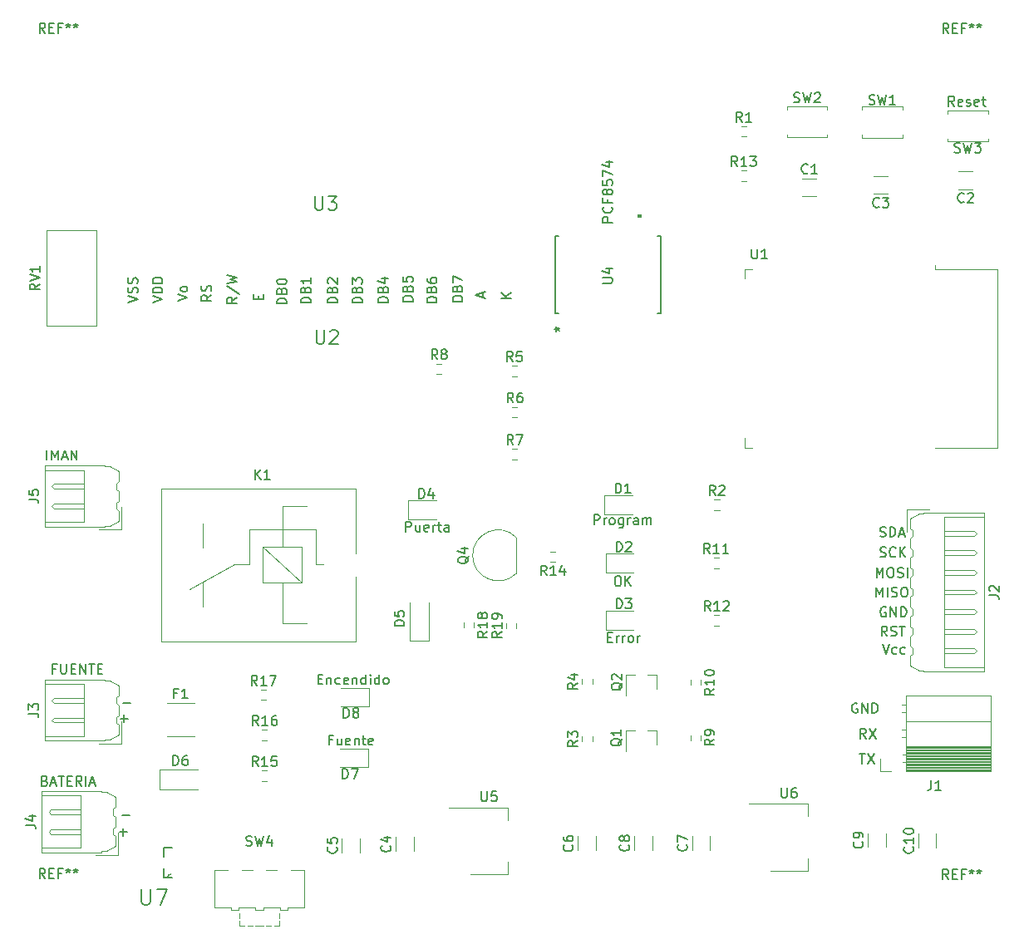
<source format=gbr>
%TF.GenerationSoftware,KiCad,Pcbnew,(5.1.10)-1*%
%TF.CreationDate,2022-05-26T21:18:39-05:00*%
%TF.ProjectId,SE,53452e6b-6963-4616-945f-706362585858,rev?*%
%TF.SameCoordinates,Original*%
%TF.FileFunction,Legend,Top*%
%TF.FilePolarity,Positive*%
%FSLAX46Y46*%
G04 Gerber Fmt 4.6, Leading zero omitted, Abs format (unit mm)*
G04 Created by KiCad (PCBNEW (5.1.10)-1) date 2022-05-26 21:18:39*
%MOMM*%
%LPD*%
G01*
G04 APERTURE LIST*
%ADD10C,0.150000*%
%ADD11C,0.120000*%
%ADD12C,0.152400*%
%ADD13C,0.025400*%
G04 APERTURE END LIST*
D10*
X171614761Y-120858571D02*
X171948095Y-120858571D01*
X172090952Y-121382380D02*
X171614761Y-121382380D01*
X171614761Y-120382380D01*
X172090952Y-120382380D01*
X172519523Y-121382380D02*
X172519523Y-120715714D01*
X172519523Y-120906190D02*
X172567142Y-120810952D01*
X172614761Y-120763333D01*
X172710000Y-120715714D01*
X172805238Y-120715714D01*
X173138571Y-121382380D02*
X173138571Y-120715714D01*
X173138571Y-120906190D02*
X173186190Y-120810952D01*
X173233809Y-120763333D01*
X173329047Y-120715714D01*
X173424285Y-120715714D01*
X173900476Y-121382380D02*
X173805238Y-121334761D01*
X173757619Y-121287142D01*
X173710000Y-121191904D01*
X173710000Y-120906190D01*
X173757619Y-120810952D01*
X173805238Y-120763333D01*
X173900476Y-120715714D01*
X174043333Y-120715714D01*
X174138571Y-120763333D01*
X174186190Y-120810952D01*
X174233809Y-120906190D01*
X174233809Y-121191904D01*
X174186190Y-121287142D01*
X174138571Y-121334761D01*
X174043333Y-121382380D01*
X173900476Y-121382380D01*
X174662380Y-121382380D02*
X174662380Y-120715714D01*
X174662380Y-120906190D02*
X174710000Y-120810952D01*
X174757619Y-120763333D01*
X174852857Y-120715714D01*
X174948095Y-120715714D01*
X172564761Y-114642380D02*
X172755238Y-114642380D01*
X172850476Y-114690000D01*
X172945714Y-114785238D01*
X172993333Y-114975714D01*
X172993333Y-115309047D01*
X172945714Y-115499523D01*
X172850476Y-115594761D01*
X172755238Y-115642380D01*
X172564761Y-115642380D01*
X172469523Y-115594761D01*
X172374285Y-115499523D01*
X172326666Y-115309047D01*
X172326666Y-114975714D01*
X172374285Y-114785238D01*
X172469523Y-114690000D01*
X172564761Y-114642380D01*
X173421904Y-115642380D02*
X173421904Y-114642380D01*
X173993333Y-115642380D02*
X173564761Y-115070952D01*
X173993333Y-114642380D02*
X173421904Y-115213809D01*
X170235238Y-109382380D02*
X170235238Y-108382380D01*
X170616190Y-108382380D01*
X170711428Y-108430000D01*
X170759047Y-108477619D01*
X170806666Y-108572857D01*
X170806666Y-108715714D01*
X170759047Y-108810952D01*
X170711428Y-108858571D01*
X170616190Y-108906190D01*
X170235238Y-108906190D01*
X171235238Y-109382380D02*
X171235238Y-108715714D01*
X171235238Y-108906190D02*
X171282857Y-108810952D01*
X171330476Y-108763333D01*
X171425714Y-108715714D01*
X171520952Y-108715714D01*
X171997142Y-109382380D02*
X171901904Y-109334761D01*
X171854285Y-109287142D01*
X171806666Y-109191904D01*
X171806666Y-108906190D01*
X171854285Y-108810952D01*
X171901904Y-108763333D01*
X171997142Y-108715714D01*
X172140000Y-108715714D01*
X172235238Y-108763333D01*
X172282857Y-108810952D01*
X172330476Y-108906190D01*
X172330476Y-109191904D01*
X172282857Y-109287142D01*
X172235238Y-109334761D01*
X172140000Y-109382380D01*
X171997142Y-109382380D01*
X173187619Y-108715714D02*
X173187619Y-109525238D01*
X173140000Y-109620476D01*
X173092380Y-109668095D01*
X172997142Y-109715714D01*
X172854285Y-109715714D01*
X172759047Y-109668095D01*
X173187619Y-109334761D02*
X173092380Y-109382380D01*
X172901904Y-109382380D01*
X172806666Y-109334761D01*
X172759047Y-109287142D01*
X172711428Y-109191904D01*
X172711428Y-108906190D01*
X172759047Y-108810952D01*
X172806666Y-108763333D01*
X172901904Y-108715714D01*
X173092380Y-108715714D01*
X173187619Y-108763333D01*
X173663809Y-109382380D02*
X173663809Y-108715714D01*
X173663809Y-108906190D02*
X173711428Y-108810952D01*
X173759047Y-108763333D01*
X173854285Y-108715714D01*
X173949523Y-108715714D01*
X174711428Y-109382380D02*
X174711428Y-108858571D01*
X174663809Y-108763333D01*
X174568571Y-108715714D01*
X174378095Y-108715714D01*
X174282857Y-108763333D01*
X174711428Y-109334761D02*
X174616190Y-109382380D01*
X174378095Y-109382380D01*
X174282857Y-109334761D01*
X174235238Y-109239523D01*
X174235238Y-109144285D01*
X174282857Y-109049047D01*
X174378095Y-109001428D01*
X174616190Y-109001428D01*
X174711428Y-108953809D01*
X175187619Y-109382380D02*
X175187619Y-108715714D01*
X175187619Y-108810952D02*
X175235238Y-108763333D01*
X175330476Y-108715714D01*
X175473333Y-108715714D01*
X175568571Y-108763333D01*
X175616190Y-108858571D01*
X175616190Y-109382380D01*
X175616190Y-108858571D02*
X175663809Y-108763333D01*
X175759047Y-108715714D01*
X175901904Y-108715714D01*
X175997142Y-108763333D01*
X176044761Y-108858571D01*
X176044761Y-109382380D01*
X206931904Y-66742380D02*
X206598571Y-66266190D01*
X206360476Y-66742380D02*
X206360476Y-65742380D01*
X206741428Y-65742380D01*
X206836666Y-65790000D01*
X206884285Y-65837619D01*
X206931904Y-65932857D01*
X206931904Y-66075714D01*
X206884285Y-66170952D01*
X206836666Y-66218571D01*
X206741428Y-66266190D01*
X206360476Y-66266190D01*
X207741428Y-66694761D02*
X207646190Y-66742380D01*
X207455714Y-66742380D01*
X207360476Y-66694761D01*
X207312857Y-66599523D01*
X207312857Y-66218571D01*
X207360476Y-66123333D01*
X207455714Y-66075714D01*
X207646190Y-66075714D01*
X207741428Y-66123333D01*
X207789047Y-66218571D01*
X207789047Y-66313809D01*
X207312857Y-66409047D01*
X208170000Y-66694761D02*
X208265238Y-66742380D01*
X208455714Y-66742380D01*
X208550952Y-66694761D01*
X208598571Y-66599523D01*
X208598571Y-66551904D01*
X208550952Y-66456666D01*
X208455714Y-66409047D01*
X208312857Y-66409047D01*
X208217619Y-66361428D01*
X208170000Y-66266190D01*
X208170000Y-66218571D01*
X208217619Y-66123333D01*
X208312857Y-66075714D01*
X208455714Y-66075714D01*
X208550952Y-66123333D01*
X209408095Y-66694761D02*
X209312857Y-66742380D01*
X209122380Y-66742380D01*
X209027142Y-66694761D01*
X208979523Y-66599523D01*
X208979523Y-66218571D01*
X209027142Y-66123333D01*
X209122380Y-66075714D01*
X209312857Y-66075714D01*
X209408095Y-66123333D01*
X209455714Y-66218571D01*
X209455714Y-66313809D01*
X208979523Y-66409047D01*
X209741428Y-66075714D02*
X210122380Y-66075714D01*
X209884285Y-65742380D02*
X209884285Y-66599523D01*
X209931904Y-66694761D01*
X210027142Y-66742380D01*
X210122380Y-66742380D01*
X151049523Y-110102380D02*
X151049523Y-109102380D01*
X151430476Y-109102380D01*
X151525714Y-109150000D01*
X151573333Y-109197619D01*
X151620952Y-109292857D01*
X151620952Y-109435714D01*
X151573333Y-109530952D01*
X151525714Y-109578571D01*
X151430476Y-109626190D01*
X151049523Y-109626190D01*
X152478095Y-109435714D02*
X152478095Y-110102380D01*
X152049523Y-109435714D02*
X152049523Y-109959523D01*
X152097142Y-110054761D01*
X152192380Y-110102380D01*
X152335238Y-110102380D01*
X152430476Y-110054761D01*
X152478095Y-110007142D01*
X153335238Y-110054761D02*
X153240000Y-110102380D01*
X153049523Y-110102380D01*
X152954285Y-110054761D01*
X152906666Y-109959523D01*
X152906666Y-109578571D01*
X152954285Y-109483333D01*
X153049523Y-109435714D01*
X153240000Y-109435714D01*
X153335238Y-109483333D01*
X153382857Y-109578571D01*
X153382857Y-109673809D01*
X152906666Y-109769047D01*
X153811428Y-110102380D02*
X153811428Y-109435714D01*
X153811428Y-109626190D02*
X153859047Y-109530952D01*
X153906666Y-109483333D01*
X154001904Y-109435714D01*
X154097142Y-109435714D01*
X154287619Y-109435714D02*
X154668571Y-109435714D01*
X154430476Y-109102380D02*
X154430476Y-109959523D01*
X154478095Y-110054761D01*
X154573333Y-110102380D01*
X154668571Y-110102380D01*
X155430476Y-110102380D02*
X155430476Y-109578571D01*
X155382857Y-109483333D01*
X155287619Y-109435714D01*
X155097142Y-109435714D01*
X155001904Y-109483333D01*
X155430476Y-110054761D02*
X155335238Y-110102380D01*
X155097142Y-110102380D01*
X155001904Y-110054761D01*
X154954285Y-109959523D01*
X154954285Y-109864285D01*
X155001904Y-109769047D01*
X155097142Y-109721428D01*
X155335238Y-109721428D01*
X155430476Y-109673809D01*
X142108571Y-125138571D02*
X142441904Y-125138571D01*
X142584761Y-125662380D02*
X142108571Y-125662380D01*
X142108571Y-124662380D01*
X142584761Y-124662380D01*
X143013333Y-124995714D02*
X143013333Y-125662380D01*
X143013333Y-125090952D02*
X143060952Y-125043333D01*
X143156190Y-124995714D01*
X143299047Y-124995714D01*
X143394285Y-125043333D01*
X143441904Y-125138571D01*
X143441904Y-125662380D01*
X144346666Y-125614761D02*
X144251428Y-125662380D01*
X144060952Y-125662380D01*
X143965714Y-125614761D01*
X143918095Y-125567142D01*
X143870476Y-125471904D01*
X143870476Y-125186190D01*
X143918095Y-125090952D01*
X143965714Y-125043333D01*
X144060952Y-124995714D01*
X144251428Y-124995714D01*
X144346666Y-125043333D01*
X145156190Y-125614761D02*
X145060952Y-125662380D01*
X144870476Y-125662380D01*
X144775238Y-125614761D01*
X144727619Y-125519523D01*
X144727619Y-125138571D01*
X144775238Y-125043333D01*
X144870476Y-124995714D01*
X145060952Y-124995714D01*
X145156190Y-125043333D01*
X145203809Y-125138571D01*
X145203809Y-125233809D01*
X144727619Y-125329047D01*
X145632380Y-124995714D02*
X145632380Y-125662380D01*
X145632380Y-125090952D02*
X145680000Y-125043333D01*
X145775238Y-124995714D01*
X145918095Y-124995714D01*
X146013333Y-125043333D01*
X146060952Y-125138571D01*
X146060952Y-125662380D01*
X146965714Y-125662380D02*
X146965714Y-124662380D01*
X146965714Y-125614761D02*
X146870476Y-125662380D01*
X146680000Y-125662380D01*
X146584761Y-125614761D01*
X146537142Y-125567142D01*
X146489523Y-125471904D01*
X146489523Y-125186190D01*
X146537142Y-125090952D01*
X146584761Y-125043333D01*
X146680000Y-124995714D01*
X146870476Y-124995714D01*
X146965714Y-125043333D01*
X147441904Y-125662380D02*
X147441904Y-124995714D01*
X147441904Y-124662380D02*
X147394285Y-124710000D01*
X147441904Y-124757619D01*
X147489523Y-124710000D01*
X147441904Y-124662380D01*
X147441904Y-124757619D01*
X148346666Y-125662380D02*
X148346666Y-124662380D01*
X148346666Y-125614761D02*
X148251428Y-125662380D01*
X148060952Y-125662380D01*
X147965714Y-125614761D01*
X147918095Y-125567142D01*
X147870476Y-125471904D01*
X147870476Y-125186190D01*
X147918095Y-125090952D01*
X147965714Y-125043333D01*
X148060952Y-124995714D01*
X148251428Y-124995714D01*
X148346666Y-125043333D01*
X148965714Y-125662380D02*
X148870476Y-125614761D01*
X148822857Y-125567142D01*
X148775238Y-125471904D01*
X148775238Y-125186190D01*
X148822857Y-125090952D01*
X148870476Y-125043333D01*
X148965714Y-124995714D01*
X149108571Y-124995714D01*
X149203809Y-125043333D01*
X149251428Y-125090952D01*
X149299047Y-125186190D01*
X149299047Y-125471904D01*
X149251428Y-125567142D01*
X149203809Y-125614761D01*
X149108571Y-125662380D01*
X148965714Y-125662380D01*
X143545238Y-131318571D02*
X143211904Y-131318571D01*
X143211904Y-131842380D02*
X143211904Y-130842380D01*
X143688095Y-130842380D01*
X144497619Y-131175714D02*
X144497619Y-131842380D01*
X144069047Y-131175714D02*
X144069047Y-131699523D01*
X144116666Y-131794761D01*
X144211904Y-131842380D01*
X144354761Y-131842380D01*
X144450000Y-131794761D01*
X144497619Y-131747142D01*
X145354761Y-131794761D02*
X145259523Y-131842380D01*
X145069047Y-131842380D01*
X144973809Y-131794761D01*
X144926190Y-131699523D01*
X144926190Y-131318571D01*
X144973809Y-131223333D01*
X145069047Y-131175714D01*
X145259523Y-131175714D01*
X145354761Y-131223333D01*
X145402380Y-131318571D01*
X145402380Y-131413809D01*
X144926190Y-131509047D01*
X145830952Y-131175714D02*
X145830952Y-131842380D01*
X145830952Y-131270952D02*
X145878571Y-131223333D01*
X145973809Y-131175714D01*
X146116666Y-131175714D01*
X146211904Y-131223333D01*
X146259523Y-131318571D01*
X146259523Y-131842380D01*
X146592857Y-131175714D02*
X146973809Y-131175714D01*
X146735714Y-130842380D02*
X146735714Y-131699523D01*
X146783333Y-131794761D01*
X146878571Y-131842380D01*
X146973809Y-131842380D01*
X147688095Y-131794761D02*
X147592857Y-131842380D01*
X147402380Y-131842380D01*
X147307142Y-131794761D01*
X147259523Y-131699523D01*
X147259523Y-131318571D01*
X147307142Y-131223333D01*
X147402380Y-131175714D01*
X147592857Y-131175714D01*
X147688095Y-131223333D01*
X147735714Y-131318571D01*
X147735714Y-131413809D01*
X147259523Y-131509047D01*
X114486190Y-102792380D02*
X114486190Y-101792380D01*
X114962380Y-102792380D02*
X114962380Y-101792380D01*
X115295714Y-102506666D01*
X115629047Y-101792380D01*
X115629047Y-102792380D01*
X116057619Y-102506666D02*
X116533809Y-102506666D01*
X115962380Y-102792380D02*
X116295714Y-101792380D01*
X116629047Y-102792380D01*
X116962380Y-102792380D02*
X116962380Y-101792380D01*
X117533809Y-102792380D01*
X117533809Y-101792380D01*
X122169047Y-139011428D02*
X122930952Y-139011428D01*
X122259047Y-127571428D02*
X123020952Y-127571428D01*
X121979047Y-129171428D02*
X122740952Y-129171428D01*
X122360000Y-129552380D02*
X122360000Y-128790476D01*
X121889047Y-140701428D02*
X122650952Y-140701428D01*
X122270000Y-141082380D02*
X122270000Y-140320476D01*
X114282857Y-135488571D02*
X114425714Y-135536190D01*
X114473333Y-135583809D01*
X114520952Y-135679047D01*
X114520952Y-135821904D01*
X114473333Y-135917142D01*
X114425714Y-135964761D01*
X114330476Y-136012380D01*
X113949523Y-136012380D01*
X113949523Y-135012380D01*
X114282857Y-135012380D01*
X114378095Y-135060000D01*
X114425714Y-135107619D01*
X114473333Y-135202857D01*
X114473333Y-135298095D01*
X114425714Y-135393333D01*
X114378095Y-135440952D01*
X114282857Y-135488571D01*
X113949523Y-135488571D01*
X114901904Y-135726666D02*
X115378095Y-135726666D01*
X114806666Y-136012380D02*
X115140000Y-135012380D01*
X115473333Y-136012380D01*
X115663809Y-135012380D02*
X116235238Y-135012380D01*
X115949523Y-136012380D02*
X115949523Y-135012380D01*
X116568571Y-135488571D02*
X116901904Y-135488571D01*
X117044761Y-136012380D02*
X116568571Y-136012380D01*
X116568571Y-135012380D01*
X117044761Y-135012380D01*
X118044761Y-136012380D02*
X117711428Y-135536190D01*
X117473333Y-136012380D02*
X117473333Y-135012380D01*
X117854285Y-135012380D01*
X117949523Y-135060000D01*
X117997142Y-135107619D01*
X118044761Y-135202857D01*
X118044761Y-135345714D01*
X117997142Y-135440952D01*
X117949523Y-135488571D01*
X117854285Y-135536190D01*
X117473333Y-135536190D01*
X118473333Y-136012380D02*
X118473333Y-135012380D01*
X118901904Y-135726666D02*
X119378095Y-135726666D01*
X118806666Y-136012380D02*
X119140000Y-135012380D01*
X119473333Y-136012380D01*
X115389523Y-124058571D02*
X115056190Y-124058571D01*
X115056190Y-124582380D02*
X115056190Y-123582380D01*
X115532380Y-123582380D01*
X115913333Y-123582380D02*
X115913333Y-124391904D01*
X115960952Y-124487142D01*
X116008571Y-124534761D01*
X116103809Y-124582380D01*
X116294285Y-124582380D01*
X116389523Y-124534761D01*
X116437142Y-124487142D01*
X116484761Y-124391904D01*
X116484761Y-123582380D01*
X116960952Y-124058571D02*
X117294285Y-124058571D01*
X117437142Y-124582380D02*
X116960952Y-124582380D01*
X116960952Y-123582380D01*
X117437142Y-123582380D01*
X117865714Y-124582380D02*
X117865714Y-123582380D01*
X118437142Y-124582380D01*
X118437142Y-123582380D01*
X118770476Y-123582380D02*
X119341904Y-123582380D01*
X119056190Y-124582380D02*
X119056190Y-123582380D01*
X119675238Y-124058571D02*
X120008571Y-124058571D01*
X120151428Y-124582380D02*
X119675238Y-124582380D01*
X119675238Y-123582380D01*
X120151428Y-123582380D01*
X161792380Y-86321904D02*
X160792380Y-86321904D01*
X161792380Y-85750476D02*
X161220952Y-86179047D01*
X160792380Y-85750476D02*
X161363809Y-86321904D01*
X158876666Y-86208095D02*
X158876666Y-85731904D01*
X159162380Y-86303333D02*
X158162380Y-85970000D01*
X159162380Y-85636666D01*
X156822380Y-86638095D02*
X155822380Y-86638095D01*
X155822380Y-86400000D01*
X155870000Y-86257142D01*
X155965238Y-86161904D01*
X156060476Y-86114285D01*
X156250952Y-86066666D01*
X156393809Y-86066666D01*
X156584285Y-86114285D01*
X156679523Y-86161904D01*
X156774761Y-86257142D01*
X156822380Y-86400000D01*
X156822380Y-86638095D01*
X156298571Y-85304761D02*
X156346190Y-85161904D01*
X156393809Y-85114285D01*
X156489047Y-85066666D01*
X156631904Y-85066666D01*
X156727142Y-85114285D01*
X156774761Y-85161904D01*
X156822380Y-85257142D01*
X156822380Y-85638095D01*
X155822380Y-85638095D01*
X155822380Y-85304761D01*
X155870000Y-85209523D01*
X155917619Y-85161904D01*
X156012857Y-85114285D01*
X156108095Y-85114285D01*
X156203333Y-85161904D01*
X156250952Y-85209523D01*
X156298571Y-85304761D01*
X156298571Y-85638095D01*
X155822380Y-84733333D02*
X155822380Y-84066666D01*
X156822380Y-84495238D01*
X154192380Y-86738095D02*
X153192380Y-86738095D01*
X153192380Y-86500000D01*
X153240000Y-86357142D01*
X153335238Y-86261904D01*
X153430476Y-86214285D01*
X153620952Y-86166666D01*
X153763809Y-86166666D01*
X153954285Y-86214285D01*
X154049523Y-86261904D01*
X154144761Y-86357142D01*
X154192380Y-86500000D01*
X154192380Y-86738095D01*
X153668571Y-85404761D02*
X153716190Y-85261904D01*
X153763809Y-85214285D01*
X153859047Y-85166666D01*
X154001904Y-85166666D01*
X154097142Y-85214285D01*
X154144761Y-85261904D01*
X154192380Y-85357142D01*
X154192380Y-85738095D01*
X153192380Y-85738095D01*
X153192380Y-85404761D01*
X153240000Y-85309523D01*
X153287619Y-85261904D01*
X153382857Y-85214285D01*
X153478095Y-85214285D01*
X153573333Y-85261904D01*
X153620952Y-85309523D01*
X153668571Y-85404761D01*
X153668571Y-85738095D01*
X153192380Y-84309523D02*
X153192380Y-84500000D01*
X153240000Y-84595238D01*
X153287619Y-84642857D01*
X153430476Y-84738095D01*
X153620952Y-84785714D01*
X154001904Y-84785714D01*
X154097142Y-84738095D01*
X154144761Y-84690476D01*
X154192380Y-84595238D01*
X154192380Y-84404761D01*
X154144761Y-84309523D01*
X154097142Y-84261904D01*
X154001904Y-84214285D01*
X153763809Y-84214285D01*
X153668571Y-84261904D01*
X153620952Y-84309523D01*
X153573333Y-84404761D01*
X153573333Y-84595238D01*
X153620952Y-84690476D01*
X153668571Y-84738095D01*
X153763809Y-84785714D01*
X151762380Y-86638095D02*
X150762380Y-86638095D01*
X150762380Y-86400000D01*
X150810000Y-86257142D01*
X150905238Y-86161904D01*
X151000476Y-86114285D01*
X151190952Y-86066666D01*
X151333809Y-86066666D01*
X151524285Y-86114285D01*
X151619523Y-86161904D01*
X151714761Y-86257142D01*
X151762380Y-86400000D01*
X151762380Y-86638095D01*
X151238571Y-85304761D02*
X151286190Y-85161904D01*
X151333809Y-85114285D01*
X151429047Y-85066666D01*
X151571904Y-85066666D01*
X151667142Y-85114285D01*
X151714761Y-85161904D01*
X151762380Y-85257142D01*
X151762380Y-85638095D01*
X150762380Y-85638095D01*
X150762380Y-85304761D01*
X150810000Y-85209523D01*
X150857619Y-85161904D01*
X150952857Y-85114285D01*
X151048095Y-85114285D01*
X151143333Y-85161904D01*
X151190952Y-85209523D01*
X151238571Y-85304761D01*
X151238571Y-85638095D01*
X150762380Y-84161904D02*
X150762380Y-84638095D01*
X151238571Y-84685714D01*
X151190952Y-84638095D01*
X151143333Y-84542857D01*
X151143333Y-84304761D01*
X151190952Y-84209523D01*
X151238571Y-84161904D01*
X151333809Y-84114285D01*
X151571904Y-84114285D01*
X151667142Y-84161904D01*
X151714761Y-84209523D01*
X151762380Y-84304761D01*
X151762380Y-84542857D01*
X151714761Y-84638095D01*
X151667142Y-84685714D01*
X149232380Y-86738095D02*
X148232380Y-86738095D01*
X148232380Y-86500000D01*
X148280000Y-86357142D01*
X148375238Y-86261904D01*
X148470476Y-86214285D01*
X148660952Y-86166666D01*
X148803809Y-86166666D01*
X148994285Y-86214285D01*
X149089523Y-86261904D01*
X149184761Y-86357142D01*
X149232380Y-86500000D01*
X149232380Y-86738095D01*
X148708571Y-85404761D02*
X148756190Y-85261904D01*
X148803809Y-85214285D01*
X148899047Y-85166666D01*
X149041904Y-85166666D01*
X149137142Y-85214285D01*
X149184761Y-85261904D01*
X149232380Y-85357142D01*
X149232380Y-85738095D01*
X148232380Y-85738095D01*
X148232380Y-85404761D01*
X148280000Y-85309523D01*
X148327619Y-85261904D01*
X148422857Y-85214285D01*
X148518095Y-85214285D01*
X148613333Y-85261904D01*
X148660952Y-85309523D01*
X148708571Y-85404761D01*
X148708571Y-85738095D01*
X148565714Y-84309523D02*
X149232380Y-84309523D01*
X148184761Y-84547619D02*
X148899047Y-84785714D01*
X148899047Y-84166666D01*
X146602380Y-86788095D02*
X145602380Y-86788095D01*
X145602380Y-86550000D01*
X145650000Y-86407142D01*
X145745238Y-86311904D01*
X145840476Y-86264285D01*
X146030952Y-86216666D01*
X146173809Y-86216666D01*
X146364285Y-86264285D01*
X146459523Y-86311904D01*
X146554761Y-86407142D01*
X146602380Y-86550000D01*
X146602380Y-86788095D01*
X146078571Y-85454761D02*
X146126190Y-85311904D01*
X146173809Y-85264285D01*
X146269047Y-85216666D01*
X146411904Y-85216666D01*
X146507142Y-85264285D01*
X146554761Y-85311904D01*
X146602380Y-85407142D01*
X146602380Y-85788095D01*
X145602380Y-85788095D01*
X145602380Y-85454761D01*
X145650000Y-85359523D01*
X145697619Y-85311904D01*
X145792857Y-85264285D01*
X145888095Y-85264285D01*
X145983333Y-85311904D01*
X146030952Y-85359523D01*
X146078571Y-85454761D01*
X146078571Y-85788095D01*
X145602380Y-84883333D02*
X145602380Y-84264285D01*
X145983333Y-84597619D01*
X145983333Y-84454761D01*
X146030952Y-84359523D01*
X146078571Y-84311904D01*
X146173809Y-84264285D01*
X146411904Y-84264285D01*
X146507142Y-84311904D01*
X146554761Y-84359523D01*
X146602380Y-84454761D01*
X146602380Y-84740476D01*
X146554761Y-84835714D01*
X146507142Y-84883333D01*
X144072380Y-86788095D02*
X143072380Y-86788095D01*
X143072380Y-86550000D01*
X143120000Y-86407142D01*
X143215238Y-86311904D01*
X143310476Y-86264285D01*
X143500952Y-86216666D01*
X143643809Y-86216666D01*
X143834285Y-86264285D01*
X143929523Y-86311904D01*
X144024761Y-86407142D01*
X144072380Y-86550000D01*
X144072380Y-86788095D01*
X143548571Y-85454761D02*
X143596190Y-85311904D01*
X143643809Y-85264285D01*
X143739047Y-85216666D01*
X143881904Y-85216666D01*
X143977142Y-85264285D01*
X144024761Y-85311904D01*
X144072380Y-85407142D01*
X144072380Y-85788095D01*
X143072380Y-85788095D01*
X143072380Y-85454761D01*
X143120000Y-85359523D01*
X143167619Y-85311904D01*
X143262857Y-85264285D01*
X143358095Y-85264285D01*
X143453333Y-85311904D01*
X143500952Y-85359523D01*
X143548571Y-85454761D01*
X143548571Y-85788095D01*
X143167619Y-84835714D02*
X143120000Y-84788095D01*
X143072380Y-84692857D01*
X143072380Y-84454761D01*
X143120000Y-84359523D01*
X143167619Y-84311904D01*
X143262857Y-84264285D01*
X143358095Y-84264285D01*
X143500952Y-84311904D01*
X144072380Y-84883333D01*
X144072380Y-84264285D01*
X141352380Y-86788095D02*
X140352380Y-86788095D01*
X140352380Y-86550000D01*
X140400000Y-86407142D01*
X140495238Y-86311904D01*
X140590476Y-86264285D01*
X140780952Y-86216666D01*
X140923809Y-86216666D01*
X141114285Y-86264285D01*
X141209523Y-86311904D01*
X141304761Y-86407142D01*
X141352380Y-86550000D01*
X141352380Y-86788095D01*
X140828571Y-85454761D02*
X140876190Y-85311904D01*
X140923809Y-85264285D01*
X141019047Y-85216666D01*
X141161904Y-85216666D01*
X141257142Y-85264285D01*
X141304761Y-85311904D01*
X141352380Y-85407142D01*
X141352380Y-85788095D01*
X140352380Y-85788095D01*
X140352380Y-85454761D01*
X140400000Y-85359523D01*
X140447619Y-85311904D01*
X140542857Y-85264285D01*
X140638095Y-85264285D01*
X140733333Y-85311904D01*
X140780952Y-85359523D01*
X140828571Y-85454761D01*
X140828571Y-85788095D01*
X141352380Y-84264285D02*
X141352380Y-84835714D01*
X141352380Y-84550000D02*
X140352380Y-84550000D01*
X140495238Y-84645238D01*
X140590476Y-84740476D01*
X140638095Y-84835714D01*
X138912380Y-86878095D02*
X137912380Y-86878095D01*
X137912380Y-86640000D01*
X137960000Y-86497142D01*
X138055238Y-86401904D01*
X138150476Y-86354285D01*
X138340952Y-86306666D01*
X138483809Y-86306666D01*
X138674285Y-86354285D01*
X138769523Y-86401904D01*
X138864761Y-86497142D01*
X138912380Y-86640000D01*
X138912380Y-86878095D01*
X138388571Y-85544761D02*
X138436190Y-85401904D01*
X138483809Y-85354285D01*
X138579047Y-85306666D01*
X138721904Y-85306666D01*
X138817142Y-85354285D01*
X138864761Y-85401904D01*
X138912380Y-85497142D01*
X138912380Y-85878095D01*
X137912380Y-85878095D01*
X137912380Y-85544761D01*
X137960000Y-85449523D01*
X138007619Y-85401904D01*
X138102857Y-85354285D01*
X138198095Y-85354285D01*
X138293333Y-85401904D01*
X138340952Y-85449523D01*
X138388571Y-85544761D01*
X138388571Y-85878095D01*
X137912380Y-84687619D02*
X137912380Y-84592380D01*
X137960000Y-84497142D01*
X138007619Y-84449523D01*
X138102857Y-84401904D01*
X138293333Y-84354285D01*
X138531428Y-84354285D01*
X138721904Y-84401904D01*
X138817142Y-84449523D01*
X138864761Y-84497142D01*
X138912380Y-84592380D01*
X138912380Y-84687619D01*
X138864761Y-84782857D01*
X138817142Y-84830476D01*
X138721904Y-84878095D01*
X138531428Y-84925714D01*
X138293333Y-84925714D01*
X138102857Y-84878095D01*
X138007619Y-84830476D01*
X137960000Y-84782857D01*
X137912380Y-84687619D01*
X136048571Y-86414285D02*
X136048571Y-86080952D01*
X136572380Y-85938095D02*
X136572380Y-86414285D01*
X135572380Y-86414285D01*
X135572380Y-85938095D01*
X133852380Y-86235714D02*
X133376190Y-86569047D01*
X133852380Y-86807142D02*
X132852380Y-86807142D01*
X132852380Y-86426190D01*
X132900000Y-86330952D01*
X132947619Y-86283333D01*
X133042857Y-86235714D01*
X133185714Y-86235714D01*
X133280952Y-86283333D01*
X133328571Y-86330952D01*
X133376190Y-86426190D01*
X133376190Y-86807142D01*
X132804761Y-85092857D02*
X134090476Y-85950000D01*
X132852380Y-84854761D02*
X133852380Y-84616666D01*
X133138095Y-84426190D01*
X133852380Y-84235714D01*
X132852380Y-83997619D01*
X131232380Y-85996666D02*
X130756190Y-86330000D01*
X131232380Y-86568095D02*
X130232380Y-86568095D01*
X130232380Y-86187142D01*
X130280000Y-86091904D01*
X130327619Y-86044285D01*
X130422857Y-85996666D01*
X130565714Y-85996666D01*
X130660952Y-86044285D01*
X130708571Y-86091904D01*
X130756190Y-86187142D01*
X130756190Y-86568095D01*
X131184761Y-85615714D02*
X131232380Y-85472857D01*
X131232380Y-85234761D01*
X131184761Y-85139523D01*
X131137142Y-85091904D01*
X131041904Y-85044285D01*
X130946666Y-85044285D01*
X130851428Y-85091904D01*
X130803809Y-85139523D01*
X130756190Y-85234761D01*
X130708571Y-85425238D01*
X130660952Y-85520476D01*
X130613333Y-85568095D01*
X130518095Y-85615714D01*
X130422857Y-85615714D01*
X130327619Y-85568095D01*
X130280000Y-85520476D01*
X130232380Y-85425238D01*
X130232380Y-85187142D01*
X130280000Y-85044285D01*
X127792380Y-86615714D02*
X128792380Y-86282380D01*
X127792380Y-85949047D01*
X128792380Y-85472857D02*
X128744761Y-85568095D01*
X128697142Y-85615714D01*
X128601904Y-85663333D01*
X128316190Y-85663333D01*
X128220952Y-85615714D01*
X128173333Y-85568095D01*
X128125714Y-85472857D01*
X128125714Y-85330000D01*
X128173333Y-85234761D01*
X128220952Y-85187142D01*
X128316190Y-85139523D01*
X128601904Y-85139523D01*
X128697142Y-85187142D01*
X128744761Y-85234761D01*
X128792380Y-85330000D01*
X128792380Y-85472857D01*
X122732380Y-86735714D02*
X123732380Y-86402380D01*
X122732380Y-86069047D01*
X123684761Y-85783333D02*
X123732380Y-85640476D01*
X123732380Y-85402380D01*
X123684761Y-85307142D01*
X123637142Y-85259523D01*
X123541904Y-85211904D01*
X123446666Y-85211904D01*
X123351428Y-85259523D01*
X123303809Y-85307142D01*
X123256190Y-85402380D01*
X123208571Y-85592857D01*
X123160952Y-85688095D01*
X123113333Y-85735714D01*
X123018095Y-85783333D01*
X122922857Y-85783333D01*
X122827619Y-85735714D01*
X122780000Y-85688095D01*
X122732380Y-85592857D01*
X122732380Y-85354761D01*
X122780000Y-85211904D01*
X123684761Y-84830952D02*
X123732380Y-84688095D01*
X123732380Y-84450000D01*
X123684761Y-84354761D01*
X123637142Y-84307142D01*
X123541904Y-84259523D01*
X123446666Y-84259523D01*
X123351428Y-84307142D01*
X123303809Y-84354761D01*
X123256190Y-84450000D01*
X123208571Y-84640476D01*
X123160952Y-84735714D01*
X123113333Y-84783333D01*
X123018095Y-84830952D01*
X122922857Y-84830952D01*
X122827619Y-84783333D01*
X122780000Y-84735714D01*
X122732380Y-84640476D01*
X122732380Y-84402380D01*
X122780000Y-84259523D01*
X125262380Y-86783333D02*
X126262380Y-86450000D01*
X125262380Y-86116666D01*
X126262380Y-85783333D02*
X125262380Y-85783333D01*
X125262380Y-85545238D01*
X125310000Y-85402380D01*
X125405238Y-85307142D01*
X125500476Y-85259523D01*
X125690952Y-85211904D01*
X125833809Y-85211904D01*
X126024285Y-85259523D01*
X126119523Y-85307142D01*
X126214761Y-85402380D01*
X126262380Y-85545238D01*
X126262380Y-85783333D01*
X126262380Y-84783333D02*
X125262380Y-84783333D01*
X125262380Y-84545238D01*
X125310000Y-84402380D01*
X125405238Y-84307142D01*
X125500476Y-84259523D01*
X125690952Y-84211904D01*
X125833809Y-84211904D01*
X126024285Y-84259523D01*
X126119523Y-84307142D01*
X126214761Y-84402380D01*
X126262380Y-84545238D01*
X126262380Y-84783333D01*
X197913333Y-131182380D02*
X197580000Y-130706190D01*
X197341904Y-131182380D02*
X197341904Y-130182380D01*
X197722857Y-130182380D01*
X197818095Y-130230000D01*
X197865714Y-130277619D01*
X197913333Y-130372857D01*
X197913333Y-130515714D01*
X197865714Y-130610952D01*
X197818095Y-130658571D01*
X197722857Y-130706190D01*
X197341904Y-130706190D01*
X198246666Y-130182380D02*
X198913333Y-131182380D01*
X198913333Y-130182380D02*
X198246666Y-131182380D01*
X197268095Y-132722380D02*
X197839523Y-132722380D01*
X197553809Y-133722380D02*
X197553809Y-132722380D01*
X198077619Y-132722380D02*
X198744285Y-133722380D01*
X198744285Y-132722380D02*
X198077619Y-133722380D01*
X197038095Y-127630000D02*
X196942857Y-127582380D01*
X196800000Y-127582380D01*
X196657142Y-127630000D01*
X196561904Y-127725238D01*
X196514285Y-127820476D01*
X196466666Y-128010952D01*
X196466666Y-128153809D01*
X196514285Y-128344285D01*
X196561904Y-128439523D01*
X196657142Y-128534761D01*
X196800000Y-128582380D01*
X196895238Y-128582380D01*
X197038095Y-128534761D01*
X197085714Y-128487142D01*
X197085714Y-128153809D01*
X196895238Y-128153809D01*
X197514285Y-128582380D02*
X197514285Y-127582380D01*
X198085714Y-128582380D01*
X198085714Y-127582380D01*
X198561904Y-128582380D02*
X198561904Y-127582380D01*
X198800000Y-127582380D01*
X198942857Y-127630000D01*
X199038095Y-127725238D01*
X199085714Y-127820476D01*
X199133333Y-128010952D01*
X199133333Y-128153809D01*
X199085714Y-128344285D01*
X199038095Y-128439523D01*
X198942857Y-128534761D01*
X198800000Y-128582380D01*
X198561904Y-128582380D01*
X199619523Y-121572380D02*
X199952857Y-122572380D01*
X200286190Y-121572380D01*
X201048095Y-122524761D02*
X200952857Y-122572380D01*
X200762380Y-122572380D01*
X200667142Y-122524761D01*
X200619523Y-122477142D01*
X200571904Y-122381904D01*
X200571904Y-122096190D01*
X200619523Y-122000952D01*
X200667142Y-121953333D01*
X200762380Y-121905714D01*
X200952857Y-121905714D01*
X201048095Y-121953333D01*
X201905238Y-122524761D02*
X201810000Y-122572380D01*
X201619523Y-122572380D01*
X201524285Y-122524761D01*
X201476666Y-122477142D01*
X201429047Y-122381904D01*
X201429047Y-122096190D01*
X201476666Y-122000952D01*
X201524285Y-121953333D01*
X201619523Y-121905714D01*
X201810000Y-121905714D01*
X201905238Y-121953333D01*
X200082380Y-120752380D02*
X199749047Y-120276190D01*
X199510952Y-120752380D02*
X199510952Y-119752380D01*
X199891904Y-119752380D01*
X199987142Y-119800000D01*
X200034761Y-119847619D01*
X200082380Y-119942857D01*
X200082380Y-120085714D01*
X200034761Y-120180952D01*
X199987142Y-120228571D01*
X199891904Y-120276190D01*
X199510952Y-120276190D01*
X200463333Y-120704761D02*
X200606190Y-120752380D01*
X200844285Y-120752380D01*
X200939523Y-120704761D01*
X200987142Y-120657142D01*
X201034761Y-120561904D01*
X201034761Y-120466666D01*
X200987142Y-120371428D01*
X200939523Y-120323809D01*
X200844285Y-120276190D01*
X200653809Y-120228571D01*
X200558571Y-120180952D01*
X200510952Y-120133333D01*
X200463333Y-120038095D01*
X200463333Y-119942857D01*
X200510952Y-119847619D01*
X200558571Y-119800000D01*
X200653809Y-119752380D01*
X200891904Y-119752380D01*
X201034761Y-119800000D01*
X201320476Y-119752380D02*
X201891904Y-119752380D01*
X201606190Y-120752380D02*
X201606190Y-119752380D01*
X199958095Y-117840000D02*
X199862857Y-117792380D01*
X199720000Y-117792380D01*
X199577142Y-117840000D01*
X199481904Y-117935238D01*
X199434285Y-118030476D01*
X199386666Y-118220952D01*
X199386666Y-118363809D01*
X199434285Y-118554285D01*
X199481904Y-118649523D01*
X199577142Y-118744761D01*
X199720000Y-118792380D01*
X199815238Y-118792380D01*
X199958095Y-118744761D01*
X200005714Y-118697142D01*
X200005714Y-118363809D01*
X199815238Y-118363809D01*
X200434285Y-118792380D02*
X200434285Y-117792380D01*
X201005714Y-118792380D01*
X201005714Y-117792380D01*
X201481904Y-118792380D02*
X201481904Y-117792380D01*
X201720000Y-117792380D01*
X201862857Y-117840000D01*
X201958095Y-117935238D01*
X202005714Y-118030476D01*
X202053333Y-118220952D01*
X202053333Y-118363809D01*
X202005714Y-118554285D01*
X201958095Y-118649523D01*
X201862857Y-118744761D01*
X201720000Y-118792380D01*
X201481904Y-118792380D01*
X198968571Y-116772380D02*
X198968571Y-115772380D01*
X199301904Y-116486666D01*
X199635238Y-115772380D01*
X199635238Y-116772380D01*
X200111428Y-116772380D02*
X200111428Y-115772380D01*
X200540000Y-116724761D02*
X200682857Y-116772380D01*
X200920952Y-116772380D01*
X201016190Y-116724761D01*
X201063809Y-116677142D01*
X201111428Y-116581904D01*
X201111428Y-116486666D01*
X201063809Y-116391428D01*
X201016190Y-116343809D01*
X200920952Y-116296190D01*
X200730476Y-116248571D01*
X200635238Y-116200952D01*
X200587619Y-116153333D01*
X200540000Y-116058095D01*
X200540000Y-115962857D01*
X200587619Y-115867619D01*
X200635238Y-115820000D01*
X200730476Y-115772380D01*
X200968571Y-115772380D01*
X201111428Y-115820000D01*
X201730476Y-115772380D02*
X201920952Y-115772380D01*
X202016190Y-115820000D01*
X202111428Y-115915238D01*
X202159047Y-116105714D01*
X202159047Y-116439047D01*
X202111428Y-116629523D01*
X202016190Y-116724761D01*
X201920952Y-116772380D01*
X201730476Y-116772380D01*
X201635238Y-116724761D01*
X201540000Y-116629523D01*
X201492380Y-116439047D01*
X201492380Y-116105714D01*
X201540000Y-115915238D01*
X201635238Y-115820000D01*
X201730476Y-115772380D01*
X198998571Y-114772380D02*
X198998571Y-113772380D01*
X199331904Y-114486666D01*
X199665238Y-113772380D01*
X199665238Y-114772380D01*
X200331904Y-113772380D02*
X200522380Y-113772380D01*
X200617619Y-113820000D01*
X200712857Y-113915238D01*
X200760476Y-114105714D01*
X200760476Y-114439047D01*
X200712857Y-114629523D01*
X200617619Y-114724761D01*
X200522380Y-114772380D01*
X200331904Y-114772380D01*
X200236666Y-114724761D01*
X200141428Y-114629523D01*
X200093809Y-114439047D01*
X200093809Y-114105714D01*
X200141428Y-113915238D01*
X200236666Y-113820000D01*
X200331904Y-113772380D01*
X201141428Y-114724761D02*
X201284285Y-114772380D01*
X201522380Y-114772380D01*
X201617619Y-114724761D01*
X201665238Y-114677142D01*
X201712857Y-114581904D01*
X201712857Y-114486666D01*
X201665238Y-114391428D01*
X201617619Y-114343809D01*
X201522380Y-114296190D01*
X201331904Y-114248571D01*
X201236666Y-114200952D01*
X201189047Y-114153333D01*
X201141428Y-114058095D01*
X201141428Y-113962857D01*
X201189047Y-113867619D01*
X201236666Y-113820000D01*
X201331904Y-113772380D01*
X201570000Y-113772380D01*
X201712857Y-113820000D01*
X202141428Y-114772380D02*
X202141428Y-113772380D01*
X199374285Y-112644761D02*
X199517142Y-112692380D01*
X199755238Y-112692380D01*
X199850476Y-112644761D01*
X199898095Y-112597142D01*
X199945714Y-112501904D01*
X199945714Y-112406666D01*
X199898095Y-112311428D01*
X199850476Y-112263809D01*
X199755238Y-112216190D01*
X199564761Y-112168571D01*
X199469523Y-112120952D01*
X199421904Y-112073333D01*
X199374285Y-111978095D01*
X199374285Y-111882857D01*
X199421904Y-111787619D01*
X199469523Y-111740000D01*
X199564761Y-111692380D01*
X199802857Y-111692380D01*
X199945714Y-111740000D01*
X200945714Y-112597142D02*
X200898095Y-112644761D01*
X200755238Y-112692380D01*
X200660000Y-112692380D01*
X200517142Y-112644761D01*
X200421904Y-112549523D01*
X200374285Y-112454285D01*
X200326666Y-112263809D01*
X200326666Y-112120952D01*
X200374285Y-111930476D01*
X200421904Y-111835238D01*
X200517142Y-111740000D01*
X200660000Y-111692380D01*
X200755238Y-111692380D01*
X200898095Y-111740000D01*
X200945714Y-111787619D01*
X201374285Y-112692380D02*
X201374285Y-111692380D01*
X201945714Y-112692380D02*
X201517142Y-112120952D01*
X201945714Y-111692380D02*
X201374285Y-112263809D01*
X199365714Y-110594761D02*
X199508571Y-110642380D01*
X199746666Y-110642380D01*
X199841904Y-110594761D01*
X199889523Y-110547142D01*
X199937142Y-110451904D01*
X199937142Y-110356666D01*
X199889523Y-110261428D01*
X199841904Y-110213809D01*
X199746666Y-110166190D01*
X199556190Y-110118571D01*
X199460952Y-110070952D01*
X199413333Y-110023333D01*
X199365714Y-109928095D01*
X199365714Y-109832857D01*
X199413333Y-109737619D01*
X199460952Y-109690000D01*
X199556190Y-109642380D01*
X199794285Y-109642380D01*
X199937142Y-109690000D01*
X200365714Y-110642380D02*
X200365714Y-109642380D01*
X200603809Y-109642380D01*
X200746666Y-109690000D01*
X200841904Y-109785238D01*
X200889523Y-109880476D01*
X200937142Y-110070952D01*
X200937142Y-110213809D01*
X200889523Y-110404285D01*
X200841904Y-110499523D01*
X200746666Y-110594761D01*
X200603809Y-110642380D01*
X200365714Y-110642380D01*
X201318095Y-110356666D02*
X201794285Y-110356666D01*
X201222857Y-110642380D02*
X201556190Y-109642380D01*
X201889523Y-110642380D01*
D11*
%TO.C,D8*%
X144450000Y-127930000D02*
X147310000Y-127930000D01*
X147310000Y-127930000D02*
X147310000Y-126010000D01*
X147310000Y-126010000D02*
X144450000Y-126010000D01*
%TO.C,D7*%
X144360000Y-134120000D02*
X147220000Y-134120000D01*
X147220000Y-134120000D02*
X147220000Y-132200000D01*
X147220000Y-132200000D02*
X144360000Y-132200000D01*
%TO.C,D4*%
X154130000Y-106950000D02*
X151270000Y-106950000D01*
X151270000Y-106950000D02*
X151270000Y-108870000D01*
X151270000Y-108870000D02*
X154130000Y-108870000D01*
%TO.C,D3*%
X174260000Y-118180000D02*
X171400000Y-118180000D01*
X171400000Y-118180000D02*
X171400000Y-120100000D01*
X171400000Y-120100000D02*
X174260000Y-120100000D01*
%TO.C,D2*%
X174260000Y-112370000D02*
X171400000Y-112370000D01*
X171400000Y-112370000D02*
X171400000Y-114290000D01*
X171400000Y-114290000D02*
X174260000Y-114290000D01*
%TO.C,D1*%
X174170000Y-106420000D02*
X171310000Y-106420000D01*
X171310000Y-106420000D02*
X171310000Y-108340000D01*
X171310000Y-108340000D02*
X174170000Y-108340000D01*
%TO.C,C10*%
X203260000Y-142311252D02*
X203260000Y-140888748D01*
X205080000Y-142311252D02*
X205080000Y-140888748D01*
%TO.C,C9*%
X198120000Y-142251252D02*
X198120000Y-140828748D01*
X199940000Y-142251252D02*
X199940000Y-140828748D01*
%TO.C,C8*%
X174320000Y-142571252D02*
X174320000Y-141148748D01*
X176140000Y-142571252D02*
X176140000Y-141148748D01*
%TO.C,C7*%
X180220000Y-142551252D02*
X180220000Y-141128748D01*
X182040000Y-142551252D02*
X182040000Y-141128748D01*
%TO.C,C6*%
X168570000Y-142581252D02*
X168570000Y-141158748D01*
X170390000Y-142581252D02*
X170390000Y-141158748D01*
%TO.C,C5*%
X144550000Y-142781252D02*
X144550000Y-141358748D01*
X146370000Y-142781252D02*
X146370000Y-141358748D01*
%TO.C,C4*%
X150020000Y-142651252D02*
X150020000Y-141228748D01*
X151840000Y-142651252D02*
X151840000Y-141228748D01*
%TO.C,C3*%
X200141252Y-75690000D02*
X198718748Y-75690000D01*
X200141252Y-73870000D02*
X198718748Y-73870000D01*
%TO.C,C2*%
X208781252Y-75210000D02*
X207358748Y-75210000D01*
X208781252Y-73390000D02*
X207358748Y-73390000D01*
%TO.C,C1*%
X191448748Y-74140000D02*
X192871252Y-74140000D01*
X191448748Y-75960000D02*
X192871252Y-75960000D01*
D12*
%TO.C,U7*%
X126815200Y-145318600D02*
G75*
G02*
X127145400Y-145013800I304749J1114D01*
G01*
X126408800Y-144429600D02*
X126408800Y-145318600D01*
X127272400Y-142321400D02*
X126408800Y-142321400D01*
X126408800Y-142321400D02*
X126408800Y-143210400D01*
X126408800Y-145318600D02*
X126815200Y-145318600D01*
X126815200Y-145318600D02*
X127272400Y-145318600D01*
D11*
%TO.C,U6*%
X191980000Y-144670000D02*
X191980000Y-143410000D01*
X191980000Y-137850000D02*
X191980000Y-139110000D01*
X188220000Y-144670000D02*
X191980000Y-144670000D01*
X185970000Y-137850000D02*
X191980000Y-137850000D01*
%TO.C,U5*%
X161430000Y-145040000D02*
X161430000Y-143780000D01*
X161430000Y-138220000D02*
X161430000Y-139480000D01*
X157670000Y-145040000D02*
X161430000Y-145040000D01*
X155420000Y-138220000D02*
X161430000Y-138220000D01*
D12*
%TO.C,U4*%
X177034800Y-87841600D02*
X177034800Y-80018400D01*
X177034800Y-80018400D02*
X176704600Y-80018400D01*
X166265200Y-80018400D02*
X166265200Y-87841600D01*
X166265200Y-87841600D02*
X166595400Y-87841600D01*
X176704600Y-87841600D02*
X177034800Y-87841600D01*
X166595400Y-80018400D02*
X166265200Y-80018400D01*
D13*
G36*
X174634500Y-77750700D02*
G01*
X175015500Y-77750700D01*
X175015500Y-78004700D01*
X174634500Y-78004700D01*
X174634500Y-77750700D01*
G37*
X174634500Y-77750700D02*
X175015500Y-77750700D01*
X175015500Y-78004700D01*
X174634500Y-78004700D01*
X174634500Y-77750700D01*
D11*
%TO.C,U1*%
X186380000Y-83340000D02*
X185600000Y-83340000D01*
X185600000Y-83340000D02*
X185600000Y-84340000D01*
X186380000Y-101580000D02*
X185600000Y-101580000D01*
X185600000Y-101580000D02*
X185600000Y-100580000D01*
X211345000Y-83340000D02*
X211345000Y-101580000D01*
X211345000Y-101580000D02*
X204925000Y-101580000D01*
X211345000Y-83340000D02*
X204925000Y-83340000D01*
X204925000Y-83340000D02*
X204925000Y-82960000D01*
%TO.C,SW4*%
X139330000Y-144570000D02*
X140730000Y-144570000D01*
X140730000Y-144570000D02*
X140730000Y-148370000D01*
X131530000Y-148370000D02*
X131530000Y-144570000D01*
X131530000Y-144570000D02*
X132930000Y-144570000D01*
X137930000Y-144570000D02*
X136830000Y-144570000D01*
X136830000Y-144570000D02*
X136830000Y-144570000D01*
X135430000Y-144570000D02*
X134330000Y-144570000D01*
X134330000Y-144570000D02*
X134330000Y-144570000D01*
X140730000Y-148370000D02*
X139030000Y-148370000D01*
X139030000Y-148370000D02*
X139030000Y-148670000D01*
X139030000Y-148670000D02*
X138230000Y-148670000D01*
X138230000Y-148670000D02*
X138230000Y-148370000D01*
X138230000Y-148370000D02*
X136530000Y-148370000D01*
X136530000Y-148370000D02*
X136530000Y-148670000D01*
X136530000Y-148670000D02*
X135730000Y-148670000D01*
X135730000Y-148670000D02*
X135730000Y-148370000D01*
X135730000Y-148370000D02*
X134030000Y-148370000D01*
X134030000Y-148370000D02*
X134030000Y-148670000D01*
X134030000Y-148670000D02*
X133230000Y-148670000D01*
X133230000Y-148670000D02*
X133230000Y-148370000D01*
X133230000Y-148370000D02*
X131530000Y-148370000D01*
X131530000Y-148370000D02*
X131530000Y-148370000D01*
X134130000Y-150270000D02*
X134130000Y-149770000D01*
X134130000Y-149770000D02*
X134130000Y-149770000D01*
X134130000Y-150270000D02*
X134630000Y-150270000D01*
X134630000Y-150270000D02*
X134630000Y-150270000D01*
X138130000Y-150270000D02*
X137630000Y-150270000D01*
X137630000Y-150270000D02*
X137630000Y-150270000D01*
X138130000Y-150270000D02*
X138130000Y-149770000D01*
X138130000Y-149770000D02*
X138130000Y-149770000D01*
X138130000Y-149470000D02*
X138130000Y-148970000D01*
X138130000Y-148970000D02*
X138130000Y-148970000D01*
X134130000Y-149470000D02*
X134130000Y-148970000D01*
X134130000Y-148970000D02*
X134130000Y-148970000D01*
X134930000Y-150270000D02*
X135430000Y-150270000D01*
X135430000Y-150270000D02*
X135430000Y-150270000D01*
X137330000Y-150270000D02*
X136830000Y-150270000D01*
X136830000Y-150270000D02*
X136830000Y-150270000D01*
X136530000Y-150270000D02*
X135730000Y-150270000D01*
X135730000Y-150270000D02*
X135730000Y-150270000D01*
%TO.C,SW3*%
X210350000Y-70360000D02*
X206210000Y-70360000D01*
X206210000Y-67520000D02*
X206210000Y-67220000D01*
X206210000Y-67220000D02*
X210350000Y-67220000D01*
X210350000Y-70060000D02*
X210350000Y-70360000D01*
X210350000Y-67220000D02*
X210350000Y-67520000D01*
X206210000Y-70360000D02*
X206210000Y-70060000D01*
%TO.C,SW2*%
X189860000Y-66790000D02*
X194000000Y-66790000D01*
X194000000Y-69630000D02*
X194000000Y-69930000D01*
X194000000Y-69930000D02*
X189860000Y-69930000D01*
X189860000Y-67090000D02*
X189860000Y-66790000D01*
X189860000Y-69930000D02*
X189860000Y-69630000D01*
X194000000Y-66790000D02*
X194000000Y-67090000D01*
%TO.C,SW1*%
X197510000Y-66820000D02*
X201650000Y-66820000D01*
X201650000Y-69660000D02*
X201650000Y-69960000D01*
X201650000Y-69960000D02*
X197510000Y-69960000D01*
X197510000Y-67120000D02*
X197510000Y-66820000D01*
X197510000Y-69960000D02*
X197510000Y-69660000D01*
X201650000Y-66820000D02*
X201650000Y-67120000D01*
%TO.C,RV1*%
X114430000Y-89165000D02*
X114430000Y-79395000D01*
X119500000Y-89165000D02*
X119500000Y-79395000D01*
X114430000Y-89165000D02*
X119500000Y-89165000D01*
X114430000Y-79395000D02*
X119500000Y-79395000D01*
%TO.C,R19*%
X161267500Y-119942224D02*
X161267500Y-119432776D01*
X162312500Y-119942224D02*
X162312500Y-119432776D01*
%TO.C,R18*%
X158012500Y-119385276D02*
X158012500Y-119894724D01*
X156967500Y-119385276D02*
X156967500Y-119894724D01*
%TO.C,R17*%
X136295276Y-126227500D02*
X136804724Y-126227500D01*
X136295276Y-127272500D02*
X136804724Y-127272500D01*
%TO.C,R16*%
X136415276Y-130307500D02*
X136924724Y-130307500D01*
X136415276Y-131352500D02*
X136924724Y-131352500D01*
%TO.C,R15*%
X136402776Y-134457500D02*
X136912224Y-134457500D01*
X136402776Y-135502500D02*
X136912224Y-135502500D01*
%TO.C,R14*%
X166294724Y-113202500D02*
X165785276Y-113202500D01*
X166294724Y-112157500D02*
X165785276Y-112157500D01*
%TO.C,R13*%
X185215276Y-73327500D02*
X185724724Y-73327500D01*
X185215276Y-74372500D02*
X185724724Y-74372500D01*
%TO.C,R12*%
X182465276Y-118637500D02*
X182974724Y-118637500D01*
X182465276Y-119682500D02*
X182974724Y-119682500D01*
%TO.C,R11*%
X182405276Y-112777500D02*
X182914724Y-112777500D01*
X182405276Y-113822500D02*
X182914724Y-113822500D01*
%TO.C,R10*%
X181122500Y-125215276D02*
X181122500Y-125724724D01*
X180077500Y-125215276D02*
X180077500Y-125724724D01*
%TO.C,R9*%
X181112500Y-130835276D02*
X181112500Y-131344724D01*
X180067500Y-130835276D02*
X180067500Y-131344724D01*
%TO.C,R8*%
X154185276Y-92997500D02*
X154694724Y-92997500D01*
X154185276Y-94042500D02*
X154694724Y-94042500D01*
%TO.C,R7*%
X161905276Y-101697500D02*
X162414724Y-101697500D01*
X161905276Y-102742500D02*
X162414724Y-102742500D01*
%TO.C,R6*%
X161905276Y-97407500D02*
X162414724Y-97407500D01*
X161905276Y-98452500D02*
X162414724Y-98452500D01*
%TO.C,R5*%
X161865276Y-93227500D02*
X162374724Y-93227500D01*
X161865276Y-94272500D02*
X162374724Y-94272500D01*
%TO.C,R4*%
X169017500Y-125634724D02*
X169017500Y-125125276D01*
X170062500Y-125634724D02*
X170062500Y-125125276D01*
%TO.C,R3*%
X169017500Y-131504724D02*
X169017500Y-130995276D01*
X170062500Y-131504724D02*
X170062500Y-130995276D01*
%TO.C,R2*%
X182485276Y-106857500D02*
X182994724Y-106857500D01*
X182485276Y-107902500D02*
X182994724Y-107902500D01*
%TO.C,R1*%
X185222776Y-68817500D02*
X185732224Y-68817500D01*
X185222776Y-69862500D02*
X185732224Y-69862500D01*
%TO.C,Q4*%
X162298478Y-110691522D02*
G75*
G03*
X157860000Y-112530000I-1838478J-1838478D01*
G01*
X162298478Y-114368478D02*
G75*
G02*
X157860000Y-112530000I-1838478J1838478D01*
G01*
X162310000Y-114330000D02*
X162310000Y-110730000D01*
%TO.C,Q2*%
X176640000Y-124660000D02*
X175710000Y-124660000D01*
X173480000Y-124660000D02*
X174410000Y-124660000D01*
X173480000Y-124660000D02*
X173480000Y-126820000D01*
X176640000Y-124660000D02*
X176640000Y-126120000D01*
%TO.C,Q1*%
X176600000Y-130350000D02*
X175670000Y-130350000D01*
X173440000Y-130350000D02*
X174370000Y-130350000D01*
X173440000Y-130350000D02*
X173440000Y-132510000D01*
X176600000Y-130350000D02*
X176600000Y-131810000D01*
%TO.C,K1*%
X145930000Y-112320000D02*
X145930000Y-105720000D01*
X145930000Y-121320000D02*
X145930000Y-114720000D01*
X145930000Y-121320000D02*
X126130000Y-121320000D01*
X126130000Y-121320000D02*
X126130000Y-105720000D01*
X126130000Y-105720000D02*
X145930000Y-105720000D01*
X130380000Y-109320000D02*
X130380000Y-111770000D01*
X130380000Y-117720000D02*
X130380000Y-115220000D01*
X140980000Y-107470000D02*
X138480000Y-107470000D01*
X141880000Y-113470000D02*
X142680000Y-113470000D01*
X138480000Y-119470000D02*
X140980000Y-119470000D01*
X135080000Y-113470000D02*
X133580000Y-113470000D01*
X133580000Y-113470000D02*
X128980000Y-115970000D01*
X135080000Y-109870000D02*
X141880000Y-109870000D01*
X135080000Y-113470000D02*
X135080000Y-109870000D01*
X141880000Y-113470000D02*
X141880000Y-109870000D01*
X138480000Y-119470000D02*
X138480000Y-115270000D01*
X138480000Y-111670000D02*
X138480000Y-107470000D01*
X136480000Y-111670000D02*
X140480000Y-115270000D01*
X140480000Y-111670000D02*
X140480000Y-115270000D01*
X140480000Y-115270000D02*
X136480000Y-115270000D01*
X136480000Y-115270000D02*
X136480000Y-111670000D01*
X136480000Y-111670000D02*
X140480000Y-111670000D01*
%TO.C,J5*%
X121560000Y-107790000D02*
X121810000Y-107990000D01*
X121810000Y-107990000D02*
X121810000Y-109000000D01*
X121810000Y-109000000D02*
X120900000Y-109500000D01*
X120900000Y-109500000D02*
X120400000Y-109500000D01*
X120400000Y-109500000D02*
X120400000Y-109600000D01*
X120400000Y-109600000D02*
X114290000Y-109600000D01*
X114290000Y-109600000D02*
X114290000Y-106490000D01*
X121560000Y-105190000D02*
X121810000Y-104990000D01*
X121810000Y-104990000D02*
X121810000Y-103980000D01*
X121810000Y-103980000D02*
X120900000Y-103480000D01*
X120900000Y-103480000D02*
X120400000Y-103480000D01*
X120400000Y-103480000D02*
X120400000Y-103380000D01*
X120400000Y-103380000D02*
X114290000Y-103380000D01*
X114290000Y-103380000D02*
X114290000Y-106490000D01*
X121560000Y-107790000D02*
X121560000Y-107190000D01*
X121560000Y-107190000D02*
X121810000Y-106990000D01*
X121810000Y-106990000D02*
X121810000Y-105990000D01*
X121810000Y-105990000D02*
X121560000Y-105790000D01*
X121560000Y-105790000D02*
X121560000Y-105190000D01*
X122110000Y-107600000D02*
X122110000Y-109900000D01*
X122110000Y-109900000D02*
X119810000Y-109900000D01*
X114290000Y-109150000D02*
X118300000Y-109150000D01*
X118300000Y-109150000D02*
X118300000Y-103830000D01*
X118300000Y-103830000D02*
X114290000Y-103830000D01*
X118300000Y-107740000D02*
X115250000Y-107740000D01*
X115250000Y-107740000D02*
X115000000Y-107490000D01*
X115000000Y-107490000D02*
X115250000Y-107240000D01*
X115250000Y-107240000D02*
X118300000Y-107240000D01*
X118300000Y-105740000D02*
X115250000Y-105740000D01*
X115250000Y-105740000D02*
X115000000Y-105490000D01*
X115000000Y-105490000D02*
X115250000Y-105240000D01*
X115250000Y-105240000D02*
X118300000Y-105240000D01*
%TO.C,J4*%
X121230000Y-140960000D02*
X121480000Y-141160000D01*
X121480000Y-141160000D02*
X121480000Y-142170000D01*
X121480000Y-142170000D02*
X120570000Y-142670000D01*
X120570000Y-142670000D02*
X120070000Y-142670000D01*
X120070000Y-142670000D02*
X120070000Y-142770000D01*
X120070000Y-142770000D02*
X113960000Y-142770000D01*
X113960000Y-142770000D02*
X113960000Y-139660000D01*
X121230000Y-138360000D02*
X121480000Y-138160000D01*
X121480000Y-138160000D02*
X121480000Y-137150000D01*
X121480000Y-137150000D02*
X120570000Y-136650000D01*
X120570000Y-136650000D02*
X120070000Y-136650000D01*
X120070000Y-136650000D02*
X120070000Y-136550000D01*
X120070000Y-136550000D02*
X113960000Y-136550000D01*
X113960000Y-136550000D02*
X113960000Y-139660000D01*
X121230000Y-140960000D02*
X121230000Y-140360000D01*
X121230000Y-140360000D02*
X121480000Y-140160000D01*
X121480000Y-140160000D02*
X121480000Y-139160000D01*
X121480000Y-139160000D02*
X121230000Y-138960000D01*
X121230000Y-138960000D02*
X121230000Y-138360000D01*
X121780000Y-140770000D02*
X121780000Y-143070000D01*
X121780000Y-143070000D02*
X119480000Y-143070000D01*
X113960000Y-142320000D02*
X117970000Y-142320000D01*
X117970000Y-142320000D02*
X117970000Y-137000000D01*
X117970000Y-137000000D02*
X113960000Y-137000000D01*
X117970000Y-140910000D02*
X114920000Y-140910000D01*
X114920000Y-140910000D02*
X114670000Y-140660000D01*
X114670000Y-140660000D02*
X114920000Y-140410000D01*
X114920000Y-140410000D02*
X117970000Y-140410000D01*
X117970000Y-138910000D02*
X114920000Y-138910000D01*
X114920000Y-138910000D02*
X114670000Y-138660000D01*
X114670000Y-138660000D02*
X114920000Y-138410000D01*
X114920000Y-138410000D02*
X117970000Y-138410000D01*
%TO.C,J3*%
X121540000Y-129610000D02*
X121790000Y-129810000D01*
X121790000Y-129810000D02*
X121790000Y-130820000D01*
X121790000Y-130820000D02*
X120880000Y-131320000D01*
X120880000Y-131320000D02*
X120380000Y-131320000D01*
X120380000Y-131320000D02*
X120380000Y-131420000D01*
X120380000Y-131420000D02*
X114270000Y-131420000D01*
X114270000Y-131420000D02*
X114270000Y-128310000D01*
X121540000Y-127010000D02*
X121790000Y-126810000D01*
X121790000Y-126810000D02*
X121790000Y-125800000D01*
X121790000Y-125800000D02*
X120880000Y-125300000D01*
X120880000Y-125300000D02*
X120380000Y-125300000D01*
X120380000Y-125300000D02*
X120380000Y-125200000D01*
X120380000Y-125200000D02*
X114270000Y-125200000D01*
X114270000Y-125200000D02*
X114270000Y-128310000D01*
X121540000Y-129610000D02*
X121540000Y-129010000D01*
X121540000Y-129010000D02*
X121790000Y-128810000D01*
X121790000Y-128810000D02*
X121790000Y-127810000D01*
X121790000Y-127810000D02*
X121540000Y-127610000D01*
X121540000Y-127610000D02*
X121540000Y-127010000D01*
X122090000Y-129420000D02*
X122090000Y-131720000D01*
X122090000Y-131720000D02*
X119790000Y-131720000D01*
X114270000Y-130970000D02*
X118280000Y-130970000D01*
X118280000Y-130970000D02*
X118280000Y-125650000D01*
X118280000Y-125650000D02*
X114270000Y-125650000D01*
X118280000Y-129560000D02*
X115230000Y-129560000D01*
X115230000Y-129560000D02*
X114980000Y-129310000D01*
X114980000Y-129310000D02*
X115230000Y-129060000D01*
X115230000Y-129060000D02*
X118280000Y-129060000D01*
X118280000Y-127560000D02*
X115230000Y-127560000D01*
X115230000Y-127560000D02*
X114980000Y-127310000D01*
X114980000Y-127310000D02*
X115230000Y-127060000D01*
X115230000Y-127060000D02*
X118280000Y-127060000D01*
%TO.C,J2*%
X202660000Y-109970000D02*
X202410000Y-109770000D01*
X202410000Y-109770000D02*
X202410000Y-108760000D01*
X202410000Y-108760000D02*
X203320000Y-108260000D01*
X203320000Y-108260000D02*
X203820000Y-108260000D01*
X203820000Y-108260000D02*
X203820000Y-108160000D01*
X203820000Y-108160000D02*
X209930000Y-108160000D01*
X209930000Y-108160000D02*
X209930000Y-116270000D01*
X202660000Y-122570000D02*
X202410000Y-122770000D01*
X202410000Y-122770000D02*
X202410000Y-123780000D01*
X202410000Y-123780000D02*
X203320000Y-124280000D01*
X203320000Y-124280000D02*
X203820000Y-124280000D01*
X203820000Y-124280000D02*
X203820000Y-124380000D01*
X203820000Y-124380000D02*
X209930000Y-124380000D01*
X209930000Y-124380000D02*
X209930000Y-116270000D01*
X202660000Y-109970000D02*
X202660000Y-110570000D01*
X202660000Y-110570000D02*
X202410000Y-110770000D01*
X202410000Y-110770000D02*
X202410000Y-111770000D01*
X202410000Y-111770000D02*
X202660000Y-111970000D01*
X202660000Y-111970000D02*
X202660000Y-112570000D01*
X202660000Y-112570000D02*
X202410000Y-112770000D01*
X202410000Y-112770000D02*
X202410000Y-113770000D01*
X202410000Y-113770000D02*
X202660000Y-113970000D01*
X202660000Y-113970000D02*
X202660000Y-114570000D01*
X202660000Y-114570000D02*
X202410000Y-114770000D01*
X202410000Y-114770000D02*
X202410000Y-115770000D01*
X202410000Y-115770000D02*
X202660000Y-115970000D01*
X202660000Y-115970000D02*
X202660000Y-116570000D01*
X202660000Y-116570000D02*
X202410000Y-116770000D01*
X202410000Y-116770000D02*
X202410000Y-117770000D01*
X202410000Y-117770000D02*
X202660000Y-117970000D01*
X202660000Y-117970000D02*
X202660000Y-118570000D01*
X202660000Y-118570000D02*
X202410000Y-118770000D01*
X202410000Y-118770000D02*
X202410000Y-119770000D01*
X202410000Y-119770000D02*
X202660000Y-119970000D01*
X202660000Y-119970000D02*
X202660000Y-120570000D01*
X202660000Y-120570000D02*
X202410000Y-120770000D01*
X202410000Y-120770000D02*
X202410000Y-121770000D01*
X202410000Y-121770000D02*
X202660000Y-121970000D01*
X202660000Y-121970000D02*
X202660000Y-122570000D01*
X202110000Y-110160000D02*
X202110000Y-107860000D01*
X202110000Y-107860000D02*
X204410000Y-107860000D01*
X209930000Y-108610000D02*
X205920000Y-108610000D01*
X205920000Y-108610000D02*
X205920000Y-123930000D01*
X205920000Y-123930000D02*
X209930000Y-123930000D01*
X205920000Y-110020000D02*
X208970000Y-110020000D01*
X208970000Y-110020000D02*
X209220000Y-110270000D01*
X209220000Y-110270000D02*
X208970000Y-110520000D01*
X208970000Y-110520000D02*
X205920000Y-110520000D01*
X205920000Y-112020000D02*
X208970000Y-112020000D01*
X208970000Y-112020000D02*
X209220000Y-112270000D01*
X209220000Y-112270000D02*
X208970000Y-112520000D01*
X208970000Y-112520000D02*
X205920000Y-112520000D01*
X205920000Y-114020000D02*
X208970000Y-114020000D01*
X208970000Y-114020000D02*
X209220000Y-114270000D01*
X209220000Y-114270000D02*
X208970000Y-114520000D01*
X208970000Y-114520000D02*
X205920000Y-114520000D01*
X205920000Y-116020000D02*
X208970000Y-116020000D01*
X208970000Y-116020000D02*
X209220000Y-116270000D01*
X209220000Y-116270000D02*
X208970000Y-116520000D01*
X208970000Y-116520000D02*
X205920000Y-116520000D01*
X205920000Y-118020000D02*
X208970000Y-118020000D01*
X208970000Y-118020000D02*
X209220000Y-118270000D01*
X209220000Y-118270000D02*
X208970000Y-118520000D01*
X208970000Y-118520000D02*
X205920000Y-118520000D01*
X205920000Y-120020000D02*
X208970000Y-120020000D01*
X208970000Y-120020000D02*
X209220000Y-120270000D01*
X209220000Y-120270000D02*
X208970000Y-120520000D01*
X208970000Y-120520000D02*
X205920000Y-120520000D01*
X205920000Y-122020000D02*
X208970000Y-122020000D01*
X208970000Y-122020000D02*
X209220000Y-122270000D01*
X209220000Y-122270000D02*
X208970000Y-122520000D01*
X208970000Y-122520000D02*
X205920000Y-122520000D01*
%TO.C,J1*%
X210610000Y-134430000D02*
X201980000Y-134430000D01*
X210610000Y-134311905D02*
X201980000Y-134311905D01*
X210610000Y-134193810D02*
X201980000Y-134193810D01*
X210610000Y-134075715D02*
X201980000Y-134075715D01*
X210610000Y-133957620D02*
X201980000Y-133957620D01*
X210610000Y-133839525D02*
X201980000Y-133839525D01*
X210610000Y-133721430D02*
X201980000Y-133721430D01*
X210610000Y-133603335D02*
X201980000Y-133603335D01*
X210610000Y-133485240D02*
X201980000Y-133485240D01*
X210610000Y-133367145D02*
X201980000Y-133367145D01*
X210610000Y-133249050D02*
X201980000Y-133249050D01*
X210610000Y-133130955D02*
X201980000Y-133130955D01*
X210610000Y-133012860D02*
X201980000Y-133012860D01*
X210610000Y-132894765D02*
X201980000Y-132894765D01*
X210610000Y-132776670D02*
X201980000Y-132776670D01*
X210610000Y-132658575D02*
X201980000Y-132658575D01*
X210610000Y-132540480D02*
X201980000Y-132540480D01*
X210610000Y-132422385D02*
X201980000Y-132422385D01*
X210610000Y-132304290D02*
X201980000Y-132304290D01*
X210610000Y-132186195D02*
X201980000Y-132186195D01*
X210610000Y-132068100D02*
X201980000Y-132068100D01*
X201980000Y-133580000D02*
X201630000Y-133580000D01*
X201980000Y-132860000D02*
X201630000Y-132860000D01*
X201980000Y-131040000D02*
X201570000Y-131040000D01*
X201980000Y-130320000D02*
X201570000Y-130320000D01*
X201980000Y-128500000D02*
X201570000Y-128500000D01*
X201980000Y-127780000D02*
X201570000Y-127780000D01*
X210610000Y-131950000D02*
X201980000Y-131950000D01*
X210610000Y-129410000D02*
X201980000Y-129410000D01*
X210610000Y-134550000D02*
X201980000Y-134550000D01*
X201980000Y-134550000D02*
X201980000Y-126810000D01*
X210610000Y-126810000D02*
X201980000Y-126810000D01*
X210610000Y-134550000D02*
X210610000Y-126810000D01*
X199410000Y-134550000D02*
X199410000Y-133220000D01*
X200520000Y-134550000D02*
X199410000Y-134550000D01*
%TO.C,F1*%
X126713748Y-127580000D02*
X129486252Y-127580000D01*
X126713748Y-131000000D02*
X129486252Y-131000000D01*
%TO.C,D6*%
X126010000Y-134370000D02*
X126010000Y-136370000D01*
X126010000Y-136370000D02*
X129860000Y-136370000D01*
X126010000Y-134370000D02*
X129860000Y-134370000D01*
%TO.C,D5*%
X151440000Y-121210000D02*
X153440000Y-121210000D01*
X153440000Y-121210000D02*
X153440000Y-117310000D01*
X151440000Y-121210000D02*
X151440000Y-117310000D01*
%TO.C,D8*%
D10*
X144711904Y-129072380D02*
X144711904Y-128072380D01*
X144950000Y-128072380D01*
X145092857Y-128120000D01*
X145188095Y-128215238D01*
X145235714Y-128310476D01*
X145283333Y-128500952D01*
X145283333Y-128643809D01*
X145235714Y-128834285D01*
X145188095Y-128929523D01*
X145092857Y-129024761D01*
X144950000Y-129072380D01*
X144711904Y-129072380D01*
X145854761Y-128500952D02*
X145759523Y-128453333D01*
X145711904Y-128405714D01*
X145664285Y-128310476D01*
X145664285Y-128262857D01*
X145711904Y-128167619D01*
X145759523Y-128120000D01*
X145854761Y-128072380D01*
X146045238Y-128072380D01*
X146140476Y-128120000D01*
X146188095Y-128167619D01*
X146235714Y-128262857D01*
X146235714Y-128310476D01*
X146188095Y-128405714D01*
X146140476Y-128453333D01*
X146045238Y-128500952D01*
X145854761Y-128500952D01*
X145759523Y-128548571D01*
X145711904Y-128596190D01*
X145664285Y-128691428D01*
X145664285Y-128881904D01*
X145711904Y-128977142D01*
X145759523Y-129024761D01*
X145854761Y-129072380D01*
X146045238Y-129072380D01*
X146140476Y-129024761D01*
X146188095Y-128977142D01*
X146235714Y-128881904D01*
X146235714Y-128691428D01*
X146188095Y-128596190D01*
X146140476Y-128548571D01*
X146045238Y-128500952D01*
%TO.C,D7*%
X144621904Y-135262380D02*
X144621904Y-134262380D01*
X144860000Y-134262380D01*
X145002857Y-134310000D01*
X145098095Y-134405238D01*
X145145714Y-134500476D01*
X145193333Y-134690952D01*
X145193333Y-134833809D01*
X145145714Y-135024285D01*
X145098095Y-135119523D01*
X145002857Y-135214761D01*
X144860000Y-135262380D01*
X144621904Y-135262380D01*
X145526666Y-134262380D02*
X146193333Y-134262380D01*
X145764761Y-135262380D01*
%TO.C,D4*%
X152391904Y-106712380D02*
X152391904Y-105712380D01*
X152630000Y-105712380D01*
X152772857Y-105760000D01*
X152868095Y-105855238D01*
X152915714Y-105950476D01*
X152963333Y-106140952D01*
X152963333Y-106283809D01*
X152915714Y-106474285D01*
X152868095Y-106569523D01*
X152772857Y-106664761D01*
X152630000Y-106712380D01*
X152391904Y-106712380D01*
X153820476Y-106045714D02*
X153820476Y-106712380D01*
X153582380Y-105664761D02*
X153344285Y-106379047D01*
X153963333Y-106379047D01*
%TO.C,D3*%
X172521904Y-117942380D02*
X172521904Y-116942380D01*
X172760000Y-116942380D01*
X172902857Y-116990000D01*
X172998095Y-117085238D01*
X173045714Y-117180476D01*
X173093333Y-117370952D01*
X173093333Y-117513809D01*
X173045714Y-117704285D01*
X172998095Y-117799523D01*
X172902857Y-117894761D01*
X172760000Y-117942380D01*
X172521904Y-117942380D01*
X173426666Y-116942380D02*
X174045714Y-116942380D01*
X173712380Y-117323333D01*
X173855238Y-117323333D01*
X173950476Y-117370952D01*
X173998095Y-117418571D01*
X174045714Y-117513809D01*
X174045714Y-117751904D01*
X173998095Y-117847142D01*
X173950476Y-117894761D01*
X173855238Y-117942380D01*
X173569523Y-117942380D01*
X173474285Y-117894761D01*
X173426666Y-117847142D01*
%TO.C,D2*%
X172521904Y-112132380D02*
X172521904Y-111132380D01*
X172760000Y-111132380D01*
X172902857Y-111180000D01*
X172998095Y-111275238D01*
X173045714Y-111370476D01*
X173093333Y-111560952D01*
X173093333Y-111703809D01*
X173045714Y-111894285D01*
X172998095Y-111989523D01*
X172902857Y-112084761D01*
X172760000Y-112132380D01*
X172521904Y-112132380D01*
X173474285Y-111227619D02*
X173521904Y-111180000D01*
X173617142Y-111132380D01*
X173855238Y-111132380D01*
X173950476Y-111180000D01*
X173998095Y-111227619D01*
X174045714Y-111322857D01*
X174045714Y-111418095D01*
X173998095Y-111560952D01*
X173426666Y-112132380D01*
X174045714Y-112132380D01*
%TO.C,D1*%
X172431904Y-106182380D02*
X172431904Y-105182380D01*
X172670000Y-105182380D01*
X172812857Y-105230000D01*
X172908095Y-105325238D01*
X172955714Y-105420476D01*
X173003333Y-105610952D01*
X173003333Y-105753809D01*
X172955714Y-105944285D01*
X172908095Y-106039523D01*
X172812857Y-106134761D01*
X172670000Y-106182380D01*
X172431904Y-106182380D01*
X173955714Y-106182380D02*
X173384285Y-106182380D01*
X173670000Y-106182380D02*
X173670000Y-105182380D01*
X173574761Y-105325238D01*
X173479523Y-105420476D01*
X173384285Y-105468095D01*
%TO.C,C10*%
X202677142Y-142242857D02*
X202724761Y-142290476D01*
X202772380Y-142433333D01*
X202772380Y-142528571D01*
X202724761Y-142671428D01*
X202629523Y-142766666D01*
X202534285Y-142814285D01*
X202343809Y-142861904D01*
X202200952Y-142861904D01*
X202010476Y-142814285D01*
X201915238Y-142766666D01*
X201820000Y-142671428D01*
X201772380Y-142528571D01*
X201772380Y-142433333D01*
X201820000Y-142290476D01*
X201867619Y-142242857D01*
X202772380Y-141290476D02*
X202772380Y-141861904D01*
X202772380Y-141576190D02*
X201772380Y-141576190D01*
X201915238Y-141671428D01*
X202010476Y-141766666D01*
X202058095Y-141861904D01*
X201772380Y-140671428D02*
X201772380Y-140576190D01*
X201820000Y-140480952D01*
X201867619Y-140433333D01*
X201962857Y-140385714D01*
X202153333Y-140338095D01*
X202391428Y-140338095D01*
X202581904Y-140385714D01*
X202677142Y-140433333D01*
X202724761Y-140480952D01*
X202772380Y-140576190D01*
X202772380Y-140671428D01*
X202724761Y-140766666D01*
X202677142Y-140814285D01*
X202581904Y-140861904D01*
X202391428Y-140909523D01*
X202153333Y-140909523D01*
X201962857Y-140861904D01*
X201867619Y-140814285D01*
X201820000Y-140766666D01*
X201772380Y-140671428D01*
%TO.C,C9*%
X197537142Y-141706666D02*
X197584761Y-141754285D01*
X197632380Y-141897142D01*
X197632380Y-141992380D01*
X197584761Y-142135238D01*
X197489523Y-142230476D01*
X197394285Y-142278095D01*
X197203809Y-142325714D01*
X197060952Y-142325714D01*
X196870476Y-142278095D01*
X196775238Y-142230476D01*
X196680000Y-142135238D01*
X196632380Y-141992380D01*
X196632380Y-141897142D01*
X196680000Y-141754285D01*
X196727619Y-141706666D01*
X197632380Y-141230476D02*
X197632380Y-141040000D01*
X197584761Y-140944761D01*
X197537142Y-140897142D01*
X197394285Y-140801904D01*
X197203809Y-140754285D01*
X196822857Y-140754285D01*
X196727619Y-140801904D01*
X196680000Y-140849523D01*
X196632380Y-140944761D01*
X196632380Y-141135238D01*
X196680000Y-141230476D01*
X196727619Y-141278095D01*
X196822857Y-141325714D01*
X197060952Y-141325714D01*
X197156190Y-141278095D01*
X197203809Y-141230476D01*
X197251428Y-141135238D01*
X197251428Y-140944761D01*
X197203809Y-140849523D01*
X197156190Y-140801904D01*
X197060952Y-140754285D01*
%TO.C,C8*%
X173737142Y-142026666D02*
X173784761Y-142074285D01*
X173832380Y-142217142D01*
X173832380Y-142312380D01*
X173784761Y-142455238D01*
X173689523Y-142550476D01*
X173594285Y-142598095D01*
X173403809Y-142645714D01*
X173260952Y-142645714D01*
X173070476Y-142598095D01*
X172975238Y-142550476D01*
X172880000Y-142455238D01*
X172832380Y-142312380D01*
X172832380Y-142217142D01*
X172880000Y-142074285D01*
X172927619Y-142026666D01*
X173260952Y-141455238D02*
X173213333Y-141550476D01*
X173165714Y-141598095D01*
X173070476Y-141645714D01*
X173022857Y-141645714D01*
X172927619Y-141598095D01*
X172880000Y-141550476D01*
X172832380Y-141455238D01*
X172832380Y-141264761D01*
X172880000Y-141169523D01*
X172927619Y-141121904D01*
X173022857Y-141074285D01*
X173070476Y-141074285D01*
X173165714Y-141121904D01*
X173213333Y-141169523D01*
X173260952Y-141264761D01*
X173260952Y-141455238D01*
X173308571Y-141550476D01*
X173356190Y-141598095D01*
X173451428Y-141645714D01*
X173641904Y-141645714D01*
X173737142Y-141598095D01*
X173784761Y-141550476D01*
X173832380Y-141455238D01*
X173832380Y-141264761D01*
X173784761Y-141169523D01*
X173737142Y-141121904D01*
X173641904Y-141074285D01*
X173451428Y-141074285D01*
X173356190Y-141121904D01*
X173308571Y-141169523D01*
X173260952Y-141264761D01*
%TO.C,C7*%
X179637142Y-142006666D02*
X179684761Y-142054285D01*
X179732380Y-142197142D01*
X179732380Y-142292380D01*
X179684761Y-142435238D01*
X179589523Y-142530476D01*
X179494285Y-142578095D01*
X179303809Y-142625714D01*
X179160952Y-142625714D01*
X178970476Y-142578095D01*
X178875238Y-142530476D01*
X178780000Y-142435238D01*
X178732380Y-142292380D01*
X178732380Y-142197142D01*
X178780000Y-142054285D01*
X178827619Y-142006666D01*
X178732380Y-141673333D02*
X178732380Y-141006666D01*
X179732380Y-141435238D01*
%TO.C,C6*%
X167987142Y-142036666D02*
X168034761Y-142084285D01*
X168082380Y-142227142D01*
X168082380Y-142322380D01*
X168034761Y-142465238D01*
X167939523Y-142560476D01*
X167844285Y-142608095D01*
X167653809Y-142655714D01*
X167510952Y-142655714D01*
X167320476Y-142608095D01*
X167225238Y-142560476D01*
X167130000Y-142465238D01*
X167082380Y-142322380D01*
X167082380Y-142227142D01*
X167130000Y-142084285D01*
X167177619Y-142036666D01*
X167082380Y-141179523D02*
X167082380Y-141370000D01*
X167130000Y-141465238D01*
X167177619Y-141512857D01*
X167320476Y-141608095D01*
X167510952Y-141655714D01*
X167891904Y-141655714D01*
X167987142Y-141608095D01*
X168034761Y-141560476D01*
X168082380Y-141465238D01*
X168082380Y-141274761D01*
X168034761Y-141179523D01*
X167987142Y-141131904D01*
X167891904Y-141084285D01*
X167653809Y-141084285D01*
X167558571Y-141131904D01*
X167510952Y-141179523D01*
X167463333Y-141274761D01*
X167463333Y-141465238D01*
X167510952Y-141560476D01*
X167558571Y-141608095D01*
X167653809Y-141655714D01*
%TO.C,C5*%
X143967142Y-142236666D02*
X144014761Y-142284285D01*
X144062380Y-142427142D01*
X144062380Y-142522380D01*
X144014761Y-142665238D01*
X143919523Y-142760476D01*
X143824285Y-142808095D01*
X143633809Y-142855714D01*
X143490952Y-142855714D01*
X143300476Y-142808095D01*
X143205238Y-142760476D01*
X143110000Y-142665238D01*
X143062380Y-142522380D01*
X143062380Y-142427142D01*
X143110000Y-142284285D01*
X143157619Y-142236666D01*
X143062380Y-141331904D02*
X143062380Y-141808095D01*
X143538571Y-141855714D01*
X143490952Y-141808095D01*
X143443333Y-141712857D01*
X143443333Y-141474761D01*
X143490952Y-141379523D01*
X143538571Y-141331904D01*
X143633809Y-141284285D01*
X143871904Y-141284285D01*
X143967142Y-141331904D01*
X144014761Y-141379523D01*
X144062380Y-141474761D01*
X144062380Y-141712857D01*
X144014761Y-141808095D01*
X143967142Y-141855714D01*
%TO.C,C4*%
X149437142Y-142106666D02*
X149484761Y-142154285D01*
X149532380Y-142297142D01*
X149532380Y-142392380D01*
X149484761Y-142535238D01*
X149389523Y-142630476D01*
X149294285Y-142678095D01*
X149103809Y-142725714D01*
X148960952Y-142725714D01*
X148770476Y-142678095D01*
X148675238Y-142630476D01*
X148580000Y-142535238D01*
X148532380Y-142392380D01*
X148532380Y-142297142D01*
X148580000Y-142154285D01*
X148627619Y-142106666D01*
X148865714Y-141249523D02*
X149532380Y-141249523D01*
X148484761Y-141487619D02*
X149199047Y-141725714D01*
X149199047Y-141106666D01*
%TO.C,C3*%
X199263333Y-76987142D02*
X199215714Y-77034761D01*
X199072857Y-77082380D01*
X198977619Y-77082380D01*
X198834761Y-77034761D01*
X198739523Y-76939523D01*
X198691904Y-76844285D01*
X198644285Y-76653809D01*
X198644285Y-76510952D01*
X198691904Y-76320476D01*
X198739523Y-76225238D01*
X198834761Y-76130000D01*
X198977619Y-76082380D01*
X199072857Y-76082380D01*
X199215714Y-76130000D01*
X199263333Y-76177619D01*
X199596666Y-76082380D02*
X200215714Y-76082380D01*
X199882380Y-76463333D01*
X200025238Y-76463333D01*
X200120476Y-76510952D01*
X200168095Y-76558571D01*
X200215714Y-76653809D01*
X200215714Y-76891904D01*
X200168095Y-76987142D01*
X200120476Y-77034761D01*
X200025238Y-77082380D01*
X199739523Y-77082380D01*
X199644285Y-77034761D01*
X199596666Y-76987142D01*
%TO.C,C2*%
X207903333Y-76507142D02*
X207855714Y-76554761D01*
X207712857Y-76602380D01*
X207617619Y-76602380D01*
X207474761Y-76554761D01*
X207379523Y-76459523D01*
X207331904Y-76364285D01*
X207284285Y-76173809D01*
X207284285Y-76030952D01*
X207331904Y-75840476D01*
X207379523Y-75745238D01*
X207474761Y-75650000D01*
X207617619Y-75602380D01*
X207712857Y-75602380D01*
X207855714Y-75650000D01*
X207903333Y-75697619D01*
X208284285Y-75697619D02*
X208331904Y-75650000D01*
X208427142Y-75602380D01*
X208665238Y-75602380D01*
X208760476Y-75650000D01*
X208808095Y-75697619D01*
X208855714Y-75792857D01*
X208855714Y-75888095D01*
X208808095Y-76030952D01*
X208236666Y-76602380D01*
X208855714Y-76602380D01*
%TO.C,C1*%
X191993333Y-73557142D02*
X191945714Y-73604761D01*
X191802857Y-73652380D01*
X191707619Y-73652380D01*
X191564761Y-73604761D01*
X191469523Y-73509523D01*
X191421904Y-73414285D01*
X191374285Y-73223809D01*
X191374285Y-73080952D01*
X191421904Y-72890476D01*
X191469523Y-72795238D01*
X191564761Y-72700000D01*
X191707619Y-72652380D01*
X191802857Y-72652380D01*
X191945714Y-72700000D01*
X191993333Y-72747619D01*
X192945714Y-73652380D02*
X192374285Y-73652380D01*
X192660000Y-73652380D02*
X192660000Y-72652380D01*
X192564761Y-72795238D01*
X192469523Y-72890476D01*
X192374285Y-72938095D01*
%TO.C,REF\u002A\u002A*%
X114316666Y-145422380D02*
X113983333Y-144946190D01*
X113745238Y-145422380D02*
X113745238Y-144422380D01*
X114126190Y-144422380D01*
X114221428Y-144470000D01*
X114269047Y-144517619D01*
X114316666Y-144612857D01*
X114316666Y-144755714D01*
X114269047Y-144850952D01*
X114221428Y-144898571D01*
X114126190Y-144946190D01*
X113745238Y-144946190D01*
X114745238Y-144898571D02*
X115078571Y-144898571D01*
X115221428Y-145422380D02*
X114745238Y-145422380D01*
X114745238Y-144422380D01*
X115221428Y-144422380D01*
X115983333Y-144898571D02*
X115650000Y-144898571D01*
X115650000Y-145422380D02*
X115650000Y-144422380D01*
X116126190Y-144422380D01*
X116650000Y-144422380D02*
X116650000Y-144660476D01*
X116411904Y-144565238D02*
X116650000Y-144660476D01*
X116888095Y-144565238D01*
X116507142Y-144850952D02*
X116650000Y-144660476D01*
X116792857Y-144850952D01*
X117411904Y-144422380D02*
X117411904Y-144660476D01*
X117173809Y-144565238D02*
X117411904Y-144660476D01*
X117650000Y-144565238D01*
X117269047Y-144850952D02*
X117411904Y-144660476D01*
X117554761Y-144850952D01*
X206336666Y-145502380D02*
X206003333Y-145026190D01*
X205765238Y-145502380D02*
X205765238Y-144502380D01*
X206146190Y-144502380D01*
X206241428Y-144550000D01*
X206289047Y-144597619D01*
X206336666Y-144692857D01*
X206336666Y-144835714D01*
X206289047Y-144930952D01*
X206241428Y-144978571D01*
X206146190Y-145026190D01*
X205765238Y-145026190D01*
X206765238Y-144978571D02*
X207098571Y-144978571D01*
X207241428Y-145502380D02*
X206765238Y-145502380D01*
X206765238Y-144502380D01*
X207241428Y-144502380D01*
X208003333Y-144978571D02*
X207670000Y-144978571D01*
X207670000Y-145502380D02*
X207670000Y-144502380D01*
X208146190Y-144502380D01*
X208670000Y-144502380D02*
X208670000Y-144740476D01*
X208431904Y-144645238D02*
X208670000Y-144740476D01*
X208908095Y-144645238D01*
X208527142Y-144930952D02*
X208670000Y-144740476D01*
X208812857Y-144930952D01*
X209431904Y-144502380D02*
X209431904Y-144740476D01*
X209193809Y-144645238D02*
X209431904Y-144740476D01*
X209670000Y-144645238D01*
X209289047Y-144930952D02*
X209431904Y-144740476D01*
X209574761Y-144930952D01*
X206356666Y-59312380D02*
X206023333Y-58836190D01*
X205785238Y-59312380D02*
X205785238Y-58312380D01*
X206166190Y-58312380D01*
X206261428Y-58360000D01*
X206309047Y-58407619D01*
X206356666Y-58502857D01*
X206356666Y-58645714D01*
X206309047Y-58740952D01*
X206261428Y-58788571D01*
X206166190Y-58836190D01*
X205785238Y-58836190D01*
X206785238Y-58788571D02*
X207118571Y-58788571D01*
X207261428Y-59312380D02*
X206785238Y-59312380D01*
X206785238Y-58312380D01*
X207261428Y-58312380D01*
X208023333Y-58788571D02*
X207690000Y-58788571D01*
X207690000Y-59312380D02*
X207690000Y-58312380D01*
X208166190Y-58312380D01*
X208690000Y-58312380D02*
X208690000Y-58550476D01*
X208451904Y-58455238D02*
X208690000Y-58550476D01*
X208928095Y-58455238D01*
X208547142Y-58740952D02*
X208690000Y-58550476D01*
X208832857Y-58740952D01*
X209451904Y-58312380D02*
X209451904Y-58550476D01*
X209213809Y-58455238D02*
X209451904Y-58550476D01*
X209690000Y-58455238D01*
X209309047Y-58740952D02*
X209451904Y-58550476D01*
X209594761Y-58740952D01*
X114316666Y-59302380D02*
X113983333Y-58826190D01*
X113745238Y-59302380D02*
X113745238Y-58302380D01*
X114126190Y-58302380D01*
X114221428Y-58350000D01*
X114269047Y-58397619D01*
X114316666Y-58492857D01*
X114316666Y-58635714D01*
X114269047Y-58730952D01*
X114221428Y-58778571D01*
X114126190Y-58826190D01*
X113745238Y-58826190D01*
X114745238Y-58778571D02*
X115078571Y-58778571D01*
X115221428Y-59302380D02*
X114745238Y-59302380D01*
X114745238Y-58302380D01*
X115221428Y-58302380D01*
X115983333Y-58778571D02*
X115650000Y-58778571D01*
X115650000Y-59302380D02*
X115650000Y-58302380D01*
X116126190Y-58302380D01*
X116650000Y-58302380D02*
X116650000Y-58540476D01*
X116411904Y-58445238D02*
X116650000Y-58540476D01*
X116888095Y-58445238D01*
X116507142Y-58730952D02*
X116650000Y-58540476D01*
X116792857Y-58730952D01*
X117411904Y-58302380D02*
X117411904Y-58540476D01*
X117173809Y-58445238D02*
X117411904Y-58540476D01*
X117650000Y-58445238D01*
X117269047Y-58730952D02*
X117411904Y-58540476D01*
X117554761Y-58730952D01*
%TO.C,U2*%
X141943333Y-89568333D02*
X141943333Y-90701666D01*
X142010000Y-90835000D01*
X142076666Y-90901666D01*
X142210000Y-90968333D01*
X142476666Y-90968333D01*
X142610000Y-90901666D01*
X142676666Y-90835000D01*
X142743333Y-90701666D01*
X142743333Y-89568333D01*
X143343333Y-89701666D02*
X143410000Y-89635000D01*
X143543333Y-89568333D01*
X143876666Y-89568333D01*
X144010000Y-89635000D01*
X144076666Y-89701666D01*
X144143333Y-89835000D01*
X144143333Y-89968333D01*
X144076666Y-90168333D01*
X143276666Y-90968333D01*
X144143333Y-90968333D01*
%TO.C,U3*%
X141803333Y-75963333D02*
X141803333Y-77096666D01*
X141870000Y-77230000D01*
X141936666Y-77296666D01*
X142070000Y-77363333D01*
X142336666Y-77363333D01*
X142470000Y-77296666D01*
X142536666Y-77230000D01*
X142603333Y-77096666D01*
X142603333Y-75963333D01*
X143136666Y-75963333D02*
X144003333Y-75963333D01*
X143536666Y-76496666D01*
X143736666Y-76496666D01*
X143870000Y-76563333D01*
X143936666Y-76630000D01*
X144003333Y-76763333D01*
X144003333Y-77096666D01*
X143936666Y-77230000D01*
X143870000Y-77296666D01*
X143736666Y-77363333D01*
X143336666Y-77363333D01*
X143203333Y-77296666D01*
X143136666Y-77230000D01*
%TO.C,U7*%
X124116629Y-146504424D02*
X124116629Y-147832598D01*
X124194757Y-147988853D01*
X124272885Y-148066981D01*
X124429140Y-148145109D01*
X124741652Y-148145109D01*
X124897907Y-148066981D01*
X124976035Y-147988853D01*
X125054163Y-147832598D01*
X125054163Y-146504424D01*
X125679186Y-146504424D02*
X126772976Y-146504424D01*
X126069825Y-148145109D01*
%TO.C,U6*%
X189308095Y-136212380D02*
X189308095Y-137021904D01*
X189355714Y-137117142D01*
X189403333Y-137164761D01*
X189498571Y-137212380D01*
X189689047Y-137212380D01*
X189784285Y-137164761D01*
X189831904Y-137117142D01*
X189879523Y-137021904D01*
X189879523Y-136212380D01*
X190784285Y-136212380D02*
X190593809Y-136212380D01*
X190498571Y-136260000D01*
X190450952Y-136307619D01*
X190355714Y-136450476D01*
X190308095Y-136640952D01*
X190308095Y-137021904D01*
X190355714Y-137117142D01*
X190403333Y-137164761D01*
X190498571Y-137212380D01*
X190689047Y-137212380D01*
X190784285Y-137164761D01*
X190831904Y-137117142D01*
X190879523Y-137021904D01*
X190879523Y-136783809D01*
X190831904Y-136688571D01*
X190784285Y-136640952D01*
X190689047Y-136593333D01*
X190498571Y-136593333D01*
X190403333Y-136640952D01*
X190355714Y-136688571D01*
X190308095Y-136783809D01*
%TO.C,U5*%
X158758095Y-136582380D02*
X158758095Y-137391904D01*
X158805714Y-137487142D01*
X158853333Y-137534761D01*
X158948571Y-137582380D01*
X159139047Y-137582380D01*
X159234285Y-137534761D01*
X159281904Y-137487142D01*
X159329523Y-137391904D01*
X159329523Y-136582380D01*
X160281904Y-136582380D02*
X159805714Y-136582380D01*
X159758095Y-137058571D01*
X159805714Y-137010952D01*
X159900952Y-136963333D01*
X160139047Y-136963333D01*
X160234285Y-137010952D01*
X160281904Y-137058571D01*
X160329523Y-137153809D01*
X160329523Y-137391904D01*
X160281904Y-137487142D01*
X160234285Y-137534761D01*
X160139047Y-137582380D01*
X159900952Y-137582380D01*
X159805714Y-137534761D01*
X159758095Y-137487142D01*
%TO.C,U4*%
X171102380Y-84793504D02*
X171911904Y-84793504D01*
X172007142Y-84745885D01*
X172054761Y-84698266D01*
X172102380Y-84603028D01*
X172102380Y-84412552D01*
X172054761Y-84317314D01*
X172007142Y-84269695D01*
X171911904Y-84222076D01*
X171102380Y-84222076D01*
X171435714Y-83317314D02*
X172102380Y-83317314D01*
X171054761Y-83555409D02*
X171769047Y-83793504D01*
X171769047Y-83174457D01*
X172102380Y-78592438D02*
X171102380Y-78592438D01*
X171102380Y-78211485D01*
X171150000Y-78116247D01*
X171197619Y-78068628D01*
X171292857Y-78021009D01*
X171435714Y-78021009D01*
X171530952Y-78068628D01*
X171578571Y-78116247D01*
X171626190Y-78211485D01*
X171626190Y-78592438D01*
X172007142Y-77021009D02*
X172054761Y-77068628D01*
X172102380Y-77211485D01*
X172102380Y-77306723D01*
X172054761Y-77449580D01*
X171959523Y-77544819D01*
X171864285Y-77592438D01*
X171673809Y-77640057D01*
X171530952Y-77640057D01*
X171340476Y-77592438D01*
X171245238Y-77544819D01*
X171150000Y-77449580D01*
X171102380Y-77306723D01*
X171102380Y-77211485D01*
X171150000Y-77068628D01*
X171197619Y-77021009D01*
X171578571Y-76259104D02*
X171578571Y-76592438D01*
X172102380Y-76592438D02*
X171102380Y-76592438D01*
X171102380Y-76116247D01*
X171530952Y-75592438D02*
X171483333Y-75687676D01*
X171435714Y-75735295D01*
X171340476Y-75782914D01*
X171292857Y-75782914D01*
X171197619Y-75735295D01*
X171150000Y-75687676D01*
X171102380Y-75592438D01*
X171102380Y-75401961D01*
X171150000Y-75306723D01*
X171197619Y-75259104D01*
X171292857Y-75211485D01*
X171340476Y-75211485D01*
X171435714Y-75259104D01*
X171483333Y-75306723D01*
X171530952Y-75401961D01*
X171530952Y-75592438D01*
X171578571Y-75687676D01*
X171626190Y-75735295D01*
X171721428Y-75782914D01*
X171911904Y-75782914D01*
X172007142Y-75735295D01*
X172054761Y-75687676D01*
X172102380Y-75592438D01*
X172102380Y-75401961D01*
X172054761Y-75306723D01*
X172007142Y-75259104D01*
X171911904Y-75211485D01*
X171721428Y-75211485D01*
X171626190Y-75259104D01*
X171578571Y-75306723D01*
X171530952Y-75401961D01*
X171102380Y-74306723D02*
X171102380Y-74782914D01*
X171578571Y-74830533D01*
X171530952Y-74782914D01*
X171483333Y-74687676D01*
X171483333Y-74449580D01*
X171530952Y-74354342D01*
X171578571Y-74306723D01*
X171673809Y-74259104D01*
X171911904Y-74259104D01*
X172007142Y-74306723D01*
X172054761Y-74354342D01*
X172102380Y-74449580D01*
X172102380Y-74687676D01*
X172054761Y-74782914D01*
X172007142Y-74830533D01*
X171102380Y-73925771D02*
X171102380Y-73259104D01*
X172102380Y-73687676D01*
X171435714Y-72449580D02*
X172102380Y-72449580D01*
X171054761Y-72687676D02*
X171769047Y-72925771D01*
X171769047Y-72306723D01*
X166225580Y-89492600D02*
X166463676Y-89492600D01*
X166368438Y-89730695D02*
X166463676Y-89492600D01*
X166368438Y-89254504D01*
X166654152Y-89635457D02*
X166463676Y-89492600D01*
X166654152Y-89349742D01*
%TO.C,U1*%
X186288095Y-81302380D02*
X186288095Y-82111904D01*
X186335714Y-82207142D01*
X186383333Y-82254761D01*
X186478571Y-82302380D01*
X186669047Y-82302380D01*
X186764285Y-82254761D01*
X186811904Y-82207142D01*
X186859523Y-82111904D01*
X186859523Y-81302380D01*
X187859523Y-82302380D02*
X187288095Y-82302380D01*
X187573809Y-82302380D02*
X187573809Y-81302380D01*
X187478571Y-81445238D01*
X187383333Y-81540476D01*
X187288095Y-81588095D01*
%TO.C,SW4*%
X134796666Y-142074761D02*
X134939523Y-142122380D01*
X135177619Y-142122380D01*
X135272857Y-142074761D01*
X135320476Y-142027142D01*
X135368095Y-141931904D01*
X135368095Y-141836666D01*
X135320476Y-141741428D01*
X135272857Y-141693809D01*
X135177619Y-141646190D01*
X134987142Y-141598571D01*
X134891904Y-141550952D01*
X134844285Y-141503333D01*
X134796666Y-141408095D01*
X134796666Y-141312857D01*
X134844285Y-141217619D01*
X134891904Y-141170000D01*
X134987142Y-141122380D01*
X135225238Y-141122380D01*
X135368095Y-141170000D01*
X135701428Y-141122380D02*
X135939523Y-142122380D01*
X136130000Y-141408095D01*
X136320476Y-142122380D01*
X136558571Y-141122380D01*
X137368095Y-141455714D02*
X137368095Y-142122380D01*
X137130000Y-141074761D02*
X136891904Y-141789047D01*
X137510952Y-141789047D01*
%TO.C,SW3*%
X206946666Y-71444761D02*
X207089523Y-71492380D01*
X207327619Y-71492380D01*
X207422857Y-71444761D01*
X207470476Y-71397142D01*
X207518095Y-71301904D01*
X207518095Y-71206666D01*
X207470476Y-71111428D01*
X207422857Y-71063809D01*
X207327619Y-71016190D01*
X207137142Y-70968571D01*
X207041904Y-70920952D01*
X206994285Y-70873333D01*
X206946666Y-70778095D01*
X206946666Y-70682857D01*
X206994285Y-70587619D01*
X207041904Y-70540000D01*
X207137142Y-70492380D01*
X207375238Y-70492380D01*
X207518095Y-70540000D01*
X207851428Y-70492380D02*
X208089523Y-71492380D01*
X208280000Y-70778095D01*
X208470476Y-71492380D01*
X208708571Y-70492380D01*
X208994285Y-70492380D02*
X209613333Y-70492380D01*
X209280000Y-70873333D01*
X209422857Y-70873333D01*
X209518095Y-70920952D01*
X209565714Y-70968571D01*
X209613333Y-71063809D01*
X209613333Y-71301904D01*
X209565714Y-71397142D01*
X209518095Y-71444761D01*
X209422857Y-71492380D01*
X209137142Y-71492380D01*
X209041904Y-71444761D01*
X208994285Y-71397142D01*
%TO.C,SW2*%
X190596666Y-66334761D02*
X190739523Y-66382380D01*
X190977619Y-66382380D01*
X191072857Y-66334761D01*
X191120476Y-66287142D01*
X191168095Y-66191904D01*
X191168095Y-66096666D01*
X191120476Y-66001428D01*
X191072857Y-65953809D01*
X190977619Y-65906190D01*
X190787142Y-65858571D01*
X190691904Y-65810952D01*
X190644285Y-65763333D01*
X190596666Y-65668095D01*
X190596666Y-65572857D01*
X190644285Y-65477619D01*
X190691904Y-65430000D01*
X190787142Y-65382380D01*
X191025238Y-65382380D01*
X191168095Y-65430000D01*
X191501428Y-65382380D02*
X191739523Y-66382380D01*
X191930000Y-65668095D01*
X192120476Y-66382380D01*
X192358571Y-65382380D01*
X192691904Y-65477619D02*
X192739523Y-65430000D01*
X192834761Y-65382380D01*
X193072857Y-65382380D01*
X193168095Y-65430000D01*
X193215714Y-65477619D01*
X193263333Y-65572857D01*
X193263333Y-65668095D01*
X193215714Y-65810952D01*
X192644285Y-66382380D01*
X193263333Y-66382380D01*
%TO.C,SW1*%
X198246666Y-66544761D02*
X198389523Y-66592380D01*
X198627619Y-66592380D01*
X198722857Y-66544761D01*
X198770476Y-66497142D01*
X198818095Y-66401904D01*
X198818095Y-66306666D01*
X198770476Y-66211428D01*
X198722857Y-66163809D01*
X198627619Y-66116190D01*
X198437142Y-66068571D01*
X198341904Y-66020952D01*
X198294285Y-65973333D01*
X198246666Y-65878095D01*
X198246666Y-65782857D01*
X198294285Y-65687619D01*
X198341904Y-65640000D01*
X198437142Y-65592380D01*
X198675238Y-65592380D01*
X198818095Y-65640000D01*
X199151428Y-65592380D02*
X199389523Y-66592380D01*
X199580000Y-65878095D01*
X199770476Y-66592380D01*
X200008571Y-65592380D01*
X200913333Y-66592380D02*
X200341904Y-66592380D01*
X200627619Y-66592380D02*
X200627619Y-65592380D01*
X200532380Y-65735238D01*
X200437142Y-65830476D01*
X200341904Y-65878095D01*
%TO.C,RV1*%
X113752380Y-84875238D02*
X113276190Y-85208571D01*
X113752380Y-85446666D02*
X112752380Y-85446666D01*
X112752380Y-85065714D01*
X112800000Y-84970476D01*
X112847619Y-84922857D01*
X112942857Y-84875238D01*
X113085714Y-84875238D01*
X113180952Y-84922857D01*
X113228571Y-84970476D01*
X113276190Y-85065714D01*
X113276190Y-85446666D01*
X112752380Y-84589523D02*
X113752380Y-84256190D01*
X112752380Y-83922857D01*
X113752380Y-83065714D02*
X113752380Y-83637142D01*
X113752380Y-83351428D02*
X112752380Y-83351428D01*
X112895238Y-83446666D01*
X112990476Y-83541904D01*
X113038095Y-83637142D01*
%TO.C,R19*%
X160812380Y-120330357D02*
X160336190Y-120663690D01*
X160812380Y-120901785D02*
X159812380Y-120901785D01*
X159812380Y-120520833D01*
X159860000Y-120425595D01*
X159907619Y-120377976D01*
X160002857Y-120330357D01*
X160145714Y-120330357D01*
X160240952Y-120377976D01*
X160288571Y-120425595D01*
X160336190Y-120520833D01*
X160336190Y-120901785D01*
X160812380Y-119377976D02*
X160812380Y-119949404D01*
X160812380Y-119663690D02*
X159812380Y-119663690D01*
X159955238Y-119758928D01*
X160050476Y-119854166D01*
X160098095Y-119949404D01*
X160812380Y-118901785D02*
X160812380Y-118711309D01*
X160764761Y-118616071D01*
X160717142Y-118568452D01*
X160574285Y-118473214D01*
X160383809Y-118425595D01*
X160002857Y-118425595D01*
X159907619Y-118473214D01*
X159860000Y-118520833D01*
X159812380Y-118616071D01*
X159812380Y-118806547D01*
X159860000Y-118901785D01*
X159907619Y-118949404D01*
X160002857Y-118997023D01*
X160240952Y-118997023D01*
X160336190Y-118949404D01*
X160383809Y-118901785D01*
X160431428Y-118806547D01*
X160431428Y-118616071D01*
X160383809Y-118520833D01*
X160336190Y-118473214D01*
X160240952Y-118425595D01*
%TO.C,R18*%
X159372380Y-120282857D02*
X158896190Y-120616190D01*
X159372380Y-120854285D02*
X158372380Y-120854285D01*
X158372380Y-120473333D01*
X158420000Y-120378095D01*
X158467619Y-120330476D01*
X158562857Y-120282857D01*
X158705714Y-120282857D01*
X158800952Y-120330476D01*
X158848571Y-120378095D01*
X158896190Y-120473333D01*
X158896190Y-120854285D01*
X159372380Y-119330476D02*
X159372380Y-119901904D01*
X159372380Y-119616190D02*
X158372380Y-119616190D01*
X158515238Y-119711428D01*
X158610476Y-119806666D01*
X158658095Y-119901904D01*
X158800952Y-118759047D02*
X158753333Y-118854285D01*
X158705714Y-118901904D01*
X158610476Y-118949523D01*
X158562857Y-118949523D01*
X158467619Y-118901904D01*
X158420000Y-118854285D01*
X158372380Y-118759047D01*
X158372380Y-118568571D01*
X158420000Y-118473333D01*
X158467619Y-118425714D01*
X158562857Y-118378095D01*
X158610476Y-118378095D01*
X158705714Y-118425714D01*
X158753333Y-118473333D01*
X158800952Y-118568571D01*
X158800952Y-118759047D01*
X158848571Y-118854285D01*
X158896190Y-118901904D01*
X158991428Y-118949523D01*
X159181904Y-118949523D01*
X159277142Y-118901904D01*
X159324761Y-118854285D01*
X159372380Y-118759047D01*
X159372380Y-118568571D01*
X159324761Y-118473333D01*
X159277142Y-118425714D01*
X159181904Y-118378095D01*
X158991428Y-118378095D01*
X158896190Y-118425714D01*
X158848571Y-118473333D01*
X158800952Y-118568571D01*
%TO.C,R17*%
X135907142Y-125772380D02*
X135573809Y-125296190D01*
X135335714Y-125772380D02*
X135335714Y-124772380D01*
X135716666Y-124772380D01*
X135811904Y-124820000D01*
X135859523Y-124867619D01*
X135907142Y-124962857D01*
X135907142Y-125105714D01*
X135859523Y-125200952D01*
X135811904Y-125248571D01*
X135716666Y-125296190D01*
X135335714Y-125296190D01*
X136859523Y-125772380D02*
X136288095Y-125772380D01*
X136573809Y-125772380D02*
X136573809Y-124772380D01*
X136478571Y-124915238D01*
X136383333Y-125010476D01*
X136288095Y-125058095D01*
X137192857Y-124772380D02*
X137859523Y-124772380D01*
X137430952Y-125772380D01*
%TO.C,R16*%
X136027142Y-129852380D02*
X135693809Y-129376190D01*
X135455714Y-129852380D02*
X135455714Y-128852380D01*
X135836666Y-128852380D01*
X135931904Y-128900000D01*
X135979523Y-128947619D01*
X136027142Y-129042857D01*
X136027142Y-129185714D01*
X135979523Y-129280952D01*
X135931904Y-129328571D01*
X135836666Y-129376190D01*
X135455714Y-129376190D01*
X136979523Y-129852380D02*
X136408095Y-129852380D01*
X136693809Y-129852380D02*
X136693809Y-128852380D01*
X136598571Y-128995238D01*
X136503333Y-129090476D01*
X136408095Y-129138095D01*
X137836666Y-128852380D02*
X137646190Y-128852380D01*
X137550952Y-128900000D01*
X137503333Y-128947619D01*
X137408095Y-129090476D01*
X137360476Y-129280952D01*
X137360476Y-129661904D01*
X137408095Y-129757142D01*
X137455714Y-129804761D01*
X137550952Y-129852380D01*
X137741428Y-129852380D01*
X137836666Y-129804761D01*
X137884285Y-129757142D01*
X137931904Y-129661904D01*
X137931904Y-129423809D01*
X137884285Y-129328571D01*
X137836666Y-129280952D01*
X137741428Y-129233333D01*
X137550952Y-129233333D01*
X137455714Y-129280952D01*
X137408095Y-129328571D01*
X137360476Y-129423809D01*
%TO.C,R15*%
X136014642Y-134002380D02*
X135681309Y-133526190D01*
X135443214Y-134002380D02*
X135443214Y-133002380D01*
X135824166Y-133002380D01*
X135919404Y-133050000D01*
X135967023Y-133097619D01*
X136014642Y-133192857D01*
X136014642Y-133335714D01*
X135967023Y-133430952D01*
X135919404Y-133478571D01*
X135824166Y-133526190D01*
X135443214Y-133526190D01*
X136967023Y-134002380D02*
X136395595Y-134002380D01*
X136681309Y-134002380D02*
X136681309Y-133002380D01*
X136586071Y-133145238D01*
X136490833Y-133240476D01*
X136395595Y-133288095D01*
X137871785Y-133002380D02*
X137395595Y-133002380D01*
X137347976Y-133478571D01*
X137395595Y-133430952D01*
X137490833Y-133383333D01*
X137728928Y-133383333D01*
X137824166Y-133430952D01*
X137871785Y-133478571D01*
X137919404Y-133573809D01*
X137919404Y-133811904D01*
X137871785Y-133907142D01*
X137824166Y-133954761D01*
X137728928Y-134002380D01*
X137490833Y-134002380D01*
X137395595Y-133954761D01*
X137347976Y-133907142D01*
%TO.C,R14*%
X165397142Y-114562380D02*
X165063809Y-114086190D01*
X164825714Y-114562380D02*
X164825714Y-113562380D01*
X165206666Y-113562380D01*
X165301904Y-113610000D01*
X165349523Y-113657619D01*
X165397142Y-113752857D01*
X165397142Y-113895714D01*
X165349523Y-113990952D01*
X165301904Y-114038571D01*
X165206666Y-114086190D01*
X164825714Y-114086190D01*
X166349523Y-114562380D02*
X165778095Y-114562380D01*
X166063809Y-114562380D02*
X166063809Y-113562380D01*
X165968571Y-113705238D01*
X165873333Y-113800476D01*
X165778095Y-113848095D01*
X167206666Y-113895714D02*
X167206666Y-114562380D01*
X166968571Y-113514761D02*
X166730476Y-114229047D01*
X167349523Y-114229047D01*
%TO.C,R13*%
X184827142Y-72872380D02*
X184493809Y-72396190D01*
X184255714Y-72872380D02*
X184255714Y-71872380D01*
X184636666Y-71872380D01*
X184731904Y-71920000D01*
X184779523Y-71967619D01*
X184827142Y-72062857D01*
X184827142Y-72205714D01*
X184779523Y-72300952D01*
X184731904Y-72348571D01*
X184636666Y-72396190D01*
X184255714Y-72396190D01*
X185779523Y-72872380D02*
X185208095Y-72872380D01*
X185493809Y-72872380D02*
X185493809Y-71872380D01*
X185398571Y-72015238D01*
X185303333Y-72110476D01*
X185208095Y-72158095D01*
X186112857Y-71872380D02*
X186731904Y-71872380D01*
X186398571Y-72253333D01*
X186541428Y-72253333D01*
X186636666Y-72300952D01*
X186684285Y-72348571D01*
X186731904Y-72443809D01*
X186731904Y-72681904D01*
X186684285Y-72777142D01*
X186636666Y-72824761D01*
X186541428Y-72872380D01*
X186255714Y-72872380D01*
X186160476Y-72824761D01*
X186112857Y-72777142D01*
%TO.C,R12*%
X182077142Y-118182380D02*
X181743809Y-117706190D01*
X181505714Y-118182380D02*
X181505714Y-117182380D01*
X181886666Y-117182380D01*
X181981904Y-117230000D01*
X182029523Y-117277619D01*
X182077142Y-117372857D01*
X182077142Y-117515714D01*
X182029523Y-117610952D01*
X181981904Y-117658571D01*
X181886666Y-117706190D01*
X181505714Y-117706190D01*
X183029523Y-118182380D02*
X182458095Y-118182380D01*
X182743809Y-118182380D02*
X182743809Y-117182380D01*
X182648571Y-117325238D01*
X182553333Y-117420476D01*
X182458095Y-117468095D01*
X183410476Y-117277619D02*
X183458095Y-117230000D01*
X183553333Y-117182380D01*
X183791428Y-117182380D01*
X183886666Y-117230000D01*
X183934285Y-117277619D01*
X183981904Y-117372857D01*
X183981904Y-117468095D01*
X183934285Y-117610952D01*
X183362857Y-118182380D01*
X183981904Y-118182380D01*
%TO.C,R11*%
X182017142Y-112322380D02*
X181683809Y-111846190D01*
X181445714Y-112322380D02*
X181445714Y-111322380D01*
X181826666Y-111322380D01*
X181921904Y-111370000D01*
X181969523Y-111417619D01*
X182017142Y-111512857D01*
X182017142Y-111655714D01*
X181969523Y-111750952D01*
X181921904Y-111798571D01*
X181826666Y-111846190D01*
X181445714Y-111846190D01*
X182969523Y-112322380D02*
X182398095Y-112322380D01*
X182683809Y-112322380D02*
X182683809Y-111322380D01*
X182588571Y-111465238D01*
X182493333Y-111560476D01*
X182398095Y-111608095D01*
X183921904Y-112322380D02*
X183350476Y-112322380D01*
X183636190Y-112322380D02*
X183636190Y-111322380D01*
X183540952Y-111465238D01*
X183445714Y-111560476D01*
X183350476Y-111608095D01*
%TO.C,R10*%
X182482380Y-126112857D02*
X182006190Y-126446190D01*
X182482380Y-126684285D02*
X181482380Y-126684285D01*
X181482380Y-126303333D01*
X181530000Y-126208095D01*
X181577619Y-126160476D01*
X181672857Y-126112857D01*
X181815714Y-126112857D01*
X181910952Y-126160476D01*
X181958571Y-126208095D01*
X182006190Y-126303333D01*
X182006190Y-126684285D01*
X182482380Y-125160476D02*
X182482380Y-125731904D01*
X182482380Y-125446190D02*
X181482380Y-125446190D01*
X181625238Y-125541428D01*
X181720476Y-125636666D01*
X181768095Y-125731904D01*
X181482380Y-124541428D02*
X181482380Y-124446190D01*
X181530000Y-124350952D01*
X181577619Y-124303333D01*
X181672857Y-124255714D01*
X181863333Y-124208095D01*
X182101428Y-124208095D01*
X182291904Y-124255714D01*
X182387142Y-124303333D01*
X182434761Y-124350952D01*
X182482380Y-124446190D01*
X182482380Y-124541428D01*
X182434761Y-124636666D01*
X182387142Y-124684285D01*
X182291904Y-124731904D01*
X182101428Y-124779523D01*
X181863333Y-124779523D01*
X181672857Y-124731904D01*
X181577619Y-124684285D01*
X181530000Y-124636666D01*
X181482380Y-124541428D01*
%TO.C,R9*%
X182472380Y-131256666D02*
X181996190Y-131590000D01*
X182472380Y-131828095D02*
X181472380Y-131828095D01*
X181472380Y-131447142D01*
X181520000Y-131351904D01*
X181567619Y-131304285D01*
X181662857Y-131256666D01*
X181805714Y-131256666D01*
X181900952Y-131304285D01*
X181948571Y-131351904D01*
X181996190Y-131447142D01*
X181996190Y-131828095D01*
X182472380Y-130780476D02*
X182472380Y-130590000D01*
X182424761Y-130494761D01*
X182377142Y-130447142D01*
X182234285Y-130351904D01*
X182043809Y-130304285D01*
X181662857Y-130304285D01*
X181567619Y-130351904D01*
X181520000Y-130399523D01*
X181472380Y-130494761D01*
X181472380Y-130685238D01*
X181520000Y-130780476D01*
X181567619Y-130828095D01*
X181662857Y-130875714D01*
X181900952Y-130875714D01*
X181996190Y-130828095D01*
X182043809Y-130780476D01*
X182091428Y-130685238D01*
X182091428Y-130494761D01*
X182043809Y-130399523D01*
X181996190Y-130351904D01*
X181900952Y-130304285D01*
%TO.C,R8*%
X154273333Y-92542380D02*
X153940000Y-92066190D01*
X153701904Y-92542380D02*
X153701904Y-91542380D01*
X154082857Y-91542380D01*
X154178095Y-91590000D01*
X154225714Y-91637619D01*
X154273333Y-91732857D01*
X154273333Y-91875714D01*
X154225714Y-91970952D01*
X154178095Y-92018571D01*
X154082857Y-92066190D01*
X153701904Y-92066190D01*
X154844761Y-91970952D02*
X154749523Y-91923333D01*
X154701904Y-91875714D01*
X154654285Y-91780476D01*
X154654285Y-91732857D01*
X154701904Y-91637619D01*
X154749523Y-91590000D01*
X154844761Y-91542380D01*
X155035238Y-91542380D01*
X155130476Y-91590000D01*
X155178095Y-91637619D01*
X155225714Y-91732857D01*
X155225714Y-91780476D01*
X155178095Y-91875714D01*
X155130476Y-91923333D01*
X155035238Y-91970952D01*
X154844761Y-91970952D01*
X154749523Y-92018571D01*
X154701904Y-92066190D01*
X154654285Y-92161428D01*
X154654285Y-92351904D01*
X154701904Y-92447142D01*
X154749523Y-92494761D01*
X154844761Y-92542380D01*
X155035238Y-92542380D01*
X155130476Y-92494761D01*
X155178095Y-92447142D01*
X155225714Y-92351904D01*
X155225714Y-92161428D01*
X155178095Y-92066190D01*
X155130476Y-92018571D01*
X155035238Y-91970952D01*
%TO.C,R7*%
X161993333Y-101242380D02*
X161660000Y-100766190D01*
X161421904Y-101242380D02*
X161421904Y-100242380D01*
X161802857Y-100242380D01*
X161898095Y-100290000D01*
X161945714Y-100337619D01*
X161993333Y-100432857D01*
X161993333Y-100575714D01*
X161945714Y-100670952D01*
X161898095Y-100718571D01*
X161802857Y-100766190D01*
X161421904Y-100766190D01*
X162326666Y-100242380D02*
X162993333Y-100242380D01*
X162564761Y-101242380D01*
%TO.C,R6*%
X161993333Y-96952380D02*
X161660000Y-96476190D01*
X161421904Y-96952380D02*
X161421904Y-95952380D01*
X161802857Y-95952380D01*
X161898095Y-96000000D01*
X161945714Y-96047619D01*
X161993333Y-96142857D01*
X161993333Y-96285714D01*
X161945714Y-96380952D01*
X161898095Y-96428571D01*
X161802857Y-96476190D01*
X161421904Y-96476190D01*
X162850476Y-95952380D02*
X162660000Y-95952380D01*
X162564761Y-96000000D01*
X162517142Y-96047619D01*
X162421904Y-96190476D01*
X162374285Y-96380952D01*
X162374285Y-96761904D01*
X162421904Y-96857142D01*
X162469523Y-96904761D01*
X162564761Y-96952380D01*
X162755238Y-96952380D01*
X162850476Y-96904761D01*
X162898095Y-96857142D01*
X162945714Y-96761904D01*
X162945714Y-96523809D01*
X162898095Y-96428571D01*
X162850476Y-96380952D01*
X162755238Y-96333333D01*
X162564761Y-96333333D01*
X162469523Y-96380952D01*
X162421904Y-96428571D01*
X162374285Y-96523809D01*
%TO.C,R5*%
X161953333Y-92772380D02*
X161620000Y-92296190D01*
X161381904Y-92772380D02*
X161381904Y-91772380D01*
X161762857Y-91772380D01*
X161858095Y-91820000D01*
X161905714Y-91867619D01*
X161953333Y-91962857D01*
X161953333Y-92105714D01*
X161905714Y-92200952D01*
X161858095Y-92248571D01*
X161762857Y-92296190D01*
X161381904Y-92296190D01*
X162858095Y-91772380D02*
X162381904Y-91772380D01*
X162334285Y-92248571D01*
X162381904Y-92200952D01*
X162477142Y-92153333D01*
X162715238Y-92153333D01*
X162810476Y-92200952D01*
X162858095Y-92248571D01*
X162905714Y-92343809D01*
X162905714Y-92581904D01*
X162858095Y-92677142D01*
X162810476Y-92724761D01*
X162715238Y-92772380D01*
X162477142Y-92772380D01*
X162381904Y-92724761D01*
X162334285Y-92677142D01*
%TO.C,R4*%
X168562380Y-125546666D02*
X168086190Y-125880000D01*
X168562380Y-126118095D02*
X167562380Y-126118095D01*
X167562380Y-125737142D01*
X167610000Y-125641904D01*
X167657619Y-125594285D01*
X167752857Y-125546666D01*
X167895714Y-125546666D01*
X167990952Y-125594285D01*
X168038571Y-125641904D01*
X168086190Y-125737142D01*
X168086190Y-126118095D01*
X167895714Y-124689523D02*
X168562380Y-124689523D01*
X167514761Y-124927619D02*
X168229047Y-125165714D01*
X168229047Y-124546666D01*
%TO.C,R3*%
X168562380Y-131416666D02*
X168086190Y-131750000D01*
X168562380Y-131988095D02*
X167562380Y-131988095D01*
X167562380Y-131607142D01*
X167610000Y-131511904D01*
X167657619Y-131464285D01*
X167752857Y-131416666D01*
X167895714Y-131416666D01*
X167990952Y-131464285D01*
X168038571Y-131511904D01*
X168086190Y-131607142D01*
X168086190Y-131988095D01*
X167562380Y-131083333D02*
X167562380Y-130464285D01*
X167943333Y-130797619D01*
X167943333Y-130654761D01*
X167990952Y-130559523D01*
X168038571Y-130511904D01*
X168133809Y-130464285D01*
X168371904Y-130464285D01*
X168467142Y-130511904D01*
X168514761Y-130559523D01*
X168562380Y-130654761D01*
X168562380Y-130940476D01*
X168514761Y-131035714D01*
X168467142Y-131083333D01*
%TO.C,R2*%
X182573333Y-106402380D02*
X182240000Y-105926190D01*
X182001904Y-106402380D02*
X182001904Y-105402380D01*
X182382857Y-105402380D01*
X182478095Y-105450000D01*
X182525714Y-105497619D01*
X182573333Y-105592857D01*
X182573333Y-105735714D01*
X182525714Y-105830952D01*
X182478095Y-105878571D01*
X182382857Y-105926190D01*
X182001904Y-105926190D01*
X182954285Y-105497619D02*
X183001904Y-105450000D01*
X183097142Y-105402380D01*
X183335238Y-105402380D01*
X183430476Y-105450000D01*
X183478095Y-105497619D01*
X183525714Y-105592857D01*
X183525714Y-105688095D01*
X183478095Y-105830952D01*
X182906666Y-106402380D01*
X183525714Y-106402380D01*
%TO.C,R1*%
X185310833Y-68362380D02*
X184977500Y-67886190D01*
X184739404Y-68362380D02*
X184739404Y-67362380D01*
X185120357Y-67362380D01*
X185215595Y-67410000D01*
X185263214Y-67457619D01*
X185310833Y-67552857D01*
X185310833Y-67695714D01*
X185263214Y-67790952D01*
X185215595Y-67838571D01*
X185120357Y-67886190D01*
X184739404Y-67886190D01*
X186263214Y-68362380D02*
X185691785Y-68362380D01*
X185977500Y-68362380D02*
X185977500Y-67362380D01*
X185882261Y-67505238D01*
X185787023Y-67600476D01*
X185691785Y-67648095D01*
%TO.C,Q4*%
X157447619Y-112625238D02*
X157400000Y-112720476D01*
X157304761Y-112815714D01*
X157161904Y-112958571D01*
X157114285Y-113053809D01*
X157114285Y-113149047D01*
X157352380Y-113101428D02*
X157304761Y-113196666D01*
X157209523Y-113291904D01*
X157019047Y-113339523D01*
X156685714Y-113339523D01*
X156495238Y-113291904D01*
X156400000Y-113196666D01*
X156352380Y-113101428D01*
X156352380Y-112910952D01*
X156400000Y-112815714D01*
X156495238Y-112720476D01*
X156685714Y-112672857D01*
X157019047Y-112672857D01*
X157209523Y-112720476D01*
X157304761Y-112815714D01*
X157352380Y-112910952D01*
X157352380Y-113101428D01*
X156685714Y-111815714D02*
X157352380Y-111815714D01*
X156304761Y-112053809D02*
X157019047Y-112291904D01*
X157019047Y-111672857D01*
%TO.C,Q2*%
X173107619Y-125515238D02*
X173060000Y-125610476D01*
X172964761Y-125705714D01*
X172821904Y-125848571D01*
X172774285Y-125943809D01*
X172774285Y-126039047D01*
X173012380Y-125991428D02*
X172964761Y-126086666D01*
X172869523Y-126181904D01*
X172679047Y-126229523D01*
X172345714Y-126229523D01*
X172155238Y-126181904D01*
X172060000Y-126086666D01*
X172012380Y-125991428D01*
X172012380Y-125800952D01*
X172060000Y-125705714D01*
X172155238Y-125610476D01*
X172345714Y-125562857D01*
X172679047Y-125562857D01*
X172869523Y-125610476D01*
X172964761Y-125705714D01*
X173012380Y-125800952D01*
X173012380Y-125991428D01*
X172107619Y-125181904D02*
X172060000Y-125134285D01*
X172012380Y-125039047D01*
X172012380Y-124800952D01*
X172060000Y-124705714D01*
X172107619Y-124658095D01*
X172202857Y-124610476D01*
X172298095Y-124610476D01*
X172440952Y-124658095D01*
X173012380Y-125229523D01*
X173012380Y-124610476D01*
%TO.C,Q1*%
X173067619Y-131205238D02*
X173020000Y-131300476D01*
X172924761Y-131395714D01*
X172781904Y-131538571D01*
X172734285Y-131633809D01*
X172734285Y-131729047D01*
X172972380Y-131681428D02*
X172924761Y-131776666D01*
X172829523Y-131871904D01*
X172639047Y-131919523D01*
X172305714Y-131919523D01*
X172115238Y-131871904D01*
X172020000Y-131776666D01*
X171972380Y-131681428D01*
X171972380Y-131490952D01*
X172020000Y-131395714D01*
X172115238Y-131300476D01*
X172305714Y-131252857D01*
X172639047Y-131252857D01*
X172829523Y-131300476D01*
X172924761Y-131395714D01*
X172972380Y-131490952D01*
X172972380Y-131681428D01*
X172972380Y-130300476D02*
X172972380Y-130871904D01*
X172972380Y-130586190D02*
X171972380Y-130586190D01*
X172115238Y-130681428D01*
X172210476Y-130776666D01*
X172258095Y-130871904D01*
%TO.C,K1*%
X135691904Y-104772380D02*
X135691904Y-103772380D01*
X136263333Y-104772380D02*
X135834761Y-104200952D01*
X136263333Y-103772380D02*
X135691904Y-104343809D01*
X137215714Y-104772380D02*
X136644285Y-104772380D01*
X136930000Y-104772380D02*
X136930000Y-103772380D01*
X136834761Y-103915238D01*
X136739523Y-104010476D01*
X136644285Y-104058095D01*
%TO.C,J5*%
X112652380Y-106823333D02*
X113366666Y-106823333D01*
X113509523Y-106870952D01*
X113604761Y-106966190D01*
X113652380Y-107109047D01*
X113652380Y-107204285D01*
X112652380Y-105870952D02*
X112652380Y-106347142D01*
X113128571Y-106394761D01*
X113080952Y-106347142D01*
X113033333Y-106251904D01*
X113033333Y-106013809D01*
X113080952Y-105918571D01*
X113128571Y-105870952D01*
X113223809Y-105823333D01*
X113461904Y-105823333D01*
X113557142Y-105870952D01*
X113604761Y-105918571D01*
X113652380Y-106013809D01*
X113652380Y-106251904D01*
X113604761Y-106347142D01*
X113557142Y-106394761D01*
%TO.C,J4*%
X112322380Y-139993333D02*
X113036666Y-139993333D01*
X113179523Y-140040952D01*
X113274761Y-140136190D01*
X113322380Y-140279047D01*
X113322380Y-140374285D01*
X112655714Y-139088571D02*
X113322380Y-139088571D01*
X112274761Y-139326666D02*
X112989047Y-139564761D01*
X112989047Y-138945714D01*
%TO.C,J3*%
X112632380Y-128643333D02*
X113346666Y-128643333D01*
X113489523Y-128690952D01*
X113584761Y-128786190D01*
X113632380Y-128929047D01*
X113632380Y-129024285D01*
X112632380Y-128262380D02*
X112632380Y-127643333D01*
X113013333Y-127976666D01*
X113013333Y-127833809D01*
X113060952Y-127738571D01*
X113108571Y-127690952D01*
X113203809Y-127643333D01*
X113441904Y-127643333D01*
X113537142Y-127690952D01*
X113584761Y-127738571D01*
X113632380Y-127833809D01*
X113632380Y-128119523D01*
X113584761Y-128214761D01*
X113537142Y-128262380D01*
%TO.C,J2*%
X210472380Y-116603333D02*
X211186666Y-116603333D01*
X211329523Y-116650952D01*
X211424761Y-116746190D01*
X211472380Y-116889047D01*
X211472380Y-116984285D01*
X210567619Y-116174761D02*
X210520000Y-116127142D01*
X210472380Y-116031904D01*
X210472380Y-115793809D01*
X210520000Y-115698571D01*
X210567619Y-115650952D01*
X210662857Y-115603333D01*
X210758095Y-115603333D01*
X210900952Y-115650952D01*
X211472380Y-116222380D01*
X211472380Y-115603333D01*
%TO.C,J1*%
X204566666Y-135442380D02*
X204566666Y-136156666D01*
X204519047Y-136299523D01*
X204423809Y-136394761D01*
X204280952Y-136442380D01*
X204185714Y-136442380D01*
X205566666Y-136442380D02*
X204995238Y-136442380D01*
X205280952Y-136442380D02*
X205280952Y-135442380D01*
X205185714Y-135585238D01*
X205090476Y-135680476D01*
X204995238Y-135728095D01*
%TO.C,F1*%
X127766666Y-126568571D02*
X127433333Y-126568571D01*
X127433333Y-127092380D02*
X127433333Y-126092380D01*
X127909523Y-126092380D01*
X128814285Y-127092380D02*
X128242857Y-127092380D01*
X128528571Y-127092380D02*
X128528571Y-126092380D01*
X128433333Y-126235238D01*
X128338095Y-126330476D01*
X128242857Y-126378095D01*
%TO.C,D6*%
X127344904Y-133917380D02*
X127344904Y-132917380D01*
X127583000Y-132917380D01*
X127725857Y-132965000D01*
X127821095Y-133060238D01*
X127868714Y-133155476D01*
X127916333Y-133345952D01*
X127916333Y-133488809D01*
X127868714Y-133679285D01*
X127821095Y-133774523D01*
X127725857Y-133869761D01*
X127583000Y-133917380D01*
X127344904Y-133917380D01*
X128773476Y-132917380D02*
X128583000Y-132917380D01*
X128487761Y-132965000D01*
X128440142Y-133012619D01*
X128344904Y-133155476D01*
X128297285Y-133345952D01*
X128297285Y-133726904D01*
X128344904Y-133822142D01*
X128392523Y-133869761D01*
X128487761Y-133917380D01*
X128678238Y-133917380D01*
X128773476Y-133869761D01*
X128821095Y-133822142D01*
X128868714Y-133726904D01*
X128868714Y-133488809D01*
X128821095Y-133393571D01*
X128773476Y-133345952D01*
X128678238Y-133298333D01*
X128487761Y-133298333D01*
X128392523Y-133345952D01*
X128344904Y-133393571D01*
X128297285Y-133488809D01*
%TO.C,D5*%
X150892380Y-119698095D02*
X149892380Y-119698095D01*
X149892380Y-119460000D01*
X149940000Y-119317142D01*
X150035238Y-119221904D01*
X150130476Y-119174285D01*
X150320952Y-119126666D01*
X150463809Y-119126666D01*
X150654285Y-119174285D01*
X150749523Y-119221904D01*
X150844761Y-119317142D01*
X150892380Y-119460000D01*
X150892380Y-119698095D01*
X149892380Y-118221904D02*
X149892380Y-118698095D01*
X150368571Y-118745714D01*
X150320952Y-118698095D01*
X150273333Y-118602857D01*
X150273333Y-118364761D01*
X150320952Y-118269523D01*
X150368571Y-118221904D01*
X150463809Y-118174285D01*
X150701904Y-118174285D01*
X150797142Y-118221904D01*
X150844761Y-118269523D01*
X150892380Y-118364761D01*
X150892380Y-118602857D01*
X150844761Y-118698095D01*
X150797142Y-118745714D01*
%TD*%
M02*

</source>
